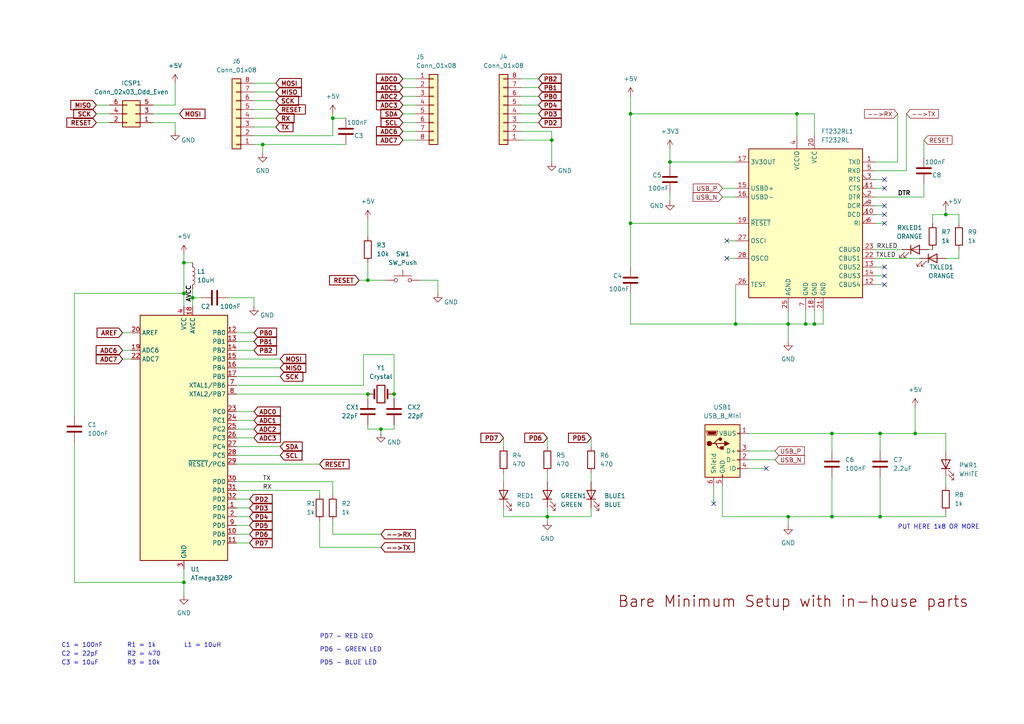
<source format=kicad_sch>
(kicad_sch (version 20230121) (generator eeschema)

  (uuid d72d74ab-17b5-40f6-9baf-e68deb69ff65)

  (paper "A4")

  (lib_symbols
    (symbol "Connector:USB_B_Mini" (pin_names (offset 1.016)) (in_bom yes) (on_board yes)
      (property "Reference" "J" (at -5.08 11.43 0)
        (effects (font (size 1.27 1.27)) (justify left))
      )
      (property "Value" "USB_B_Mini" (at -5.08 8.89 0)
        (effects (font (size 1.27 1.27)) (justify left))
      )
      (property "Footprint" "" (at 3.81 -1.27 0)
        (effects (font (size 1.27 1.27)) hide)
      )
      (property "Datasheet" "~" (at 3.81 -1.27 0)
        (effects (font (size 1.27 1.27)) hide)
      )
      (property "ki_keywords" "connector USB mini" (at 0 0 0)
        (effects (font (size 1.27 1.27)) hide)
      )
      (property "ki_description" "USB Mini Type B connector" (at 0 0 0)
        (effects (font (size 1.27 1.27)) hide)
      )
      (property "ki_fp_filters" "USB*" (at 0 0 0)
        (effects (font (size 1.27 1.27)) hide)
      )
      (symbol "USB_B_Mini_0_1"
        (rectangle (start -5.08 -7.62) (end 5.08 7.62)
          (stroke (width 0.254) (type default))
          (fill (type background))
        )
        (circle (center -3.81 2.159) (radius 0.635)
          (stroke (width 0.254) (type default))
          (fill (type outline))
        )
        (circle (center -0.635 3.429) (radius 0.381)
          (stroke (width 0.254) (type default))
          (fill (type outline))
        )
        (rectangle (start -0.127 -7.62) (end 0.127 -6.858)
          (stroke (width 0) (type default))
          (fill (type none))
        )
        (polyline
          (pts
            (xy -1.905 2.159)
            (xy 0.635 2.159)
          )
          (stroke (width 0.254) (type default))
          (fill (type none))
        )
        (polyline
          (pts
            (xy -3.175 2.159)
            (xy -2.54 2.159)
            (xy -1.27 3.429)
            (xy -0.635 3.429)
          )
          (stroke (width 0.254) (type default))
          (fill (type none))
        )
        (polyline
          (pts
            (xy -2.54 2.159)
            (xy -1.905 2.159)
            (xy -1.27 0.889)
            (xy 0 0.889)
          )
          (stroke (width 0.254) (type default))
          (fill (type none))
        )
        (polyline
          (pts
            (xy 0.635 2.794)
            (xy 0.635 1.524)
            (xy 1.905 2.159)
            (xy 0.635 2.794)
          )
          (stroke (width 0.254) (type default))
          (fill (type outline))
        )
        (polyline
          (pts
            (xy -4.318 5.588)
            (xy -1.778 5.588)
            (xy -2.032 4.826)
            (xy -4.064 4.826)
            (xy -4.318 5.588)
          )
          (stroke (width 0) (type default))
          (fill (type outline))
        )
        (polyline
          (pts
            (xy -4.699 5.842)
            (xy -4.699 5.588)
            (xy -4.445 4.826)
            (xy -4.445 4.572)
            (xy -1.651 4.572)
            (xy -1.651 4.826)
            (xy -1.397 5.588)
            (xy -1.397 5.842)
            (xy -4.699 5.842)
          )
          (stroke (width 0) (type default))
          (fill (type none))
        )
        (rectangle (start 0.254 1.27) (end -0.508 0.508)
          (stroke (width 0.254) (type default))
          (fill (type outline))
        )
        (rectangle (start 5.08 -5.207) (end 4.318 -4.953)
          (stroke (width 0) (type default))
          (fill (type none))
        )
        (rectangle (start 5.08 -2.667) (end 4.318 -2.413)
          (stroke (width 0) (type default))
          (fill (type none))
        )
        (rectangle (start 5.08 -0.127) (end 4.318 0.127)
          (stroke (width 0) (type default))
          (fill (type none))
        )
        (rectangle (start 5.08 4.953) (end 4.318 5.207)
          (stroke (width 0) (type default))
          (fill (type none))
        )
      )
      (symbol "USB_B_Mini_1_1"
        (pin power_out line (at 7.62 5.08 180) (length 2.54)
          (name "VBUS" (effects (font (size 1.27 1.27))))
          (number "1" (effects (font (size 1.27 1.27))))
        )
        (pin bidirectional line (at 7.62 -2.54 180) (length 2.54)
          (name "D-" (effects (font (size 1.27 1.27))))
          (number "2" (effects (font (size 1.27 1.27))))
        )
        (pin bidirectional line (at 7.62 0 180) (length 2.54)
          (name "D+" (effects (font (size 1.27 1.27))))
          (number "3" (effects (font (size 1.27 1.27))))
        )
        (pin passive line (at 7.62 -5.08 180) (length 2.54)
          (name "ID" (effects (font (size 1.27 1.27))))
          (number "4" (effects (font (size 1.27 1.27))))
        )
        (pin power_out line (at 0 -10.16 90) (length 2.54)
          (name "GND" (effects (font (size 1.27 1.27))))
          (number "5" (effects (font (size 1.27 1.27))))
        )
        (pin passive line (at -2.54 -10.16 90) (length 2.54)
          (name "Shield" (effects (font (size 1.27 1.27))))
          (number "6" (effects (font (size 1.27 1.27))))
        )
      )
    )
    (symbol "Connector_Generic:Conn_01x08" (pin_names (offset 1.016) hide) (in_bom yes) (on_board yes)
      (property "Reference" "J" (at 0 10.16 0)
        (effects (font (size 1.27 1.27)))
      )
      (property "Value" "Conn_01x08" (at 0 -12.7 0)
        (effects (font (size 1.27 1.27)))
      )
      (property "Footprint" "" (at 0 0 0)
        (effects (font (size 1.27 1.27)) hide)
      )
      (property "Datasheet" "~" (at 0 0 0)
        (effects (font (size 1.27 1.27)) hide)
      )
      (property "ki_keywords" "connector" (at 0 0 0)
        (effects (font (size 1.27 1.27)) hide)
      )
      (property "ki_description" "Generic connector, single row, 01x08, script generated (kicad-library-utils/schlib/autogen/connector/)" (at 0 0 0)
        (effects (font (size 1.27 1.27)) hide)
      )
      (property "ki_fp_filters" "Connector*:*_1x??_*" (at 0 0 0)
        (effects (font (size 1.27 1.27)) hide)
      )
      (symbol "Conn_01x08_1_1"
        (rectangle (start -1.27 -10.033) (end 0 -10.287)
          (stroke (width 0.1524) (type default))
          (fill (type none))
        )
        (rectangle (start -1.27 -7.493) (end 0 -7.747)
          (stroke (width 0.1524) (type default))
          (fill (type none))
        )
        (rectangle (start -1.27 -4.953) (end 0 -5.207)
          (stroke (width 0.1524) (type default))
          (fill (type none))
        )
        (rectangle (start -1.27 -2.413) (end 0 -2.667)
          (stroke (width 0.1524) (type default))
          (fill (type none))
        )
        (rectangle (start -1.27 0.127) (end 0 -0.127)
          (stroke (width 0.1524) (type default))
          (fill (type none))
        )
        (rectangle (start -1.27 2.667) (end 0 2.413)
          (stroke (width 0.1524) (type default))
          (fill (type none))
        )
        (rectangle (start -1.27 5.207) (end 0 4.953)
          (stroke (width 0.1524) (type default))
          (fill (type none))
        )
        (rectangle (start -1.27 7.747) (end 0 7.493)
          (stroke (width 0.1524) (type default))
          (fill (type none))
        )
        (rectangle (start -1.27 8.89) (end 1.27 -11.43)
          (stroke (width 0.254) (type default))
          (fill (type background))
        )
        (pin passive line (at -5.08 7.62 0) (length 3.81)
          (name "Pin_1" (effects (font (size 1.27 1.27))))
          (number "1" (effects (font (size 1.27 1.27))))
        )
        (pin passive line (at -5.08 5.08 0) (length 3.81)
          (name "Pin_2" (effects (font (size 1.27 1.27))))
          (number "2" (effects (font (size 1.27 1.27))))
        )
        (pin passive line (at -5.08 2.54 0) (length 3.81)
          (name "Pin_3" (effects (font (size 1.27 1.27))))
          (number "3" (effects (font (size 1.27 1.27))))
        )
        (pin passive line (at -5.08 0 0) (length 3.81)
          (name "Pin_4" (effects (font (size 1.27 1.27))))
          (number "4" (effects (font (size 1.27 1.27))))
        )
        (pin passive line (at -5.08 -2.54 0) (length 3.81)
          (name "Pin_5" (effects (font (size 1.27 1.27))))
          (number "5" (effects (font (size 1.27 1.27))))
        )
        (pin passive line (at -5.08 -5.08 0) (length 3.81)
          (name "Pin_6" (effects (font (size 1.27 1.27))))
          (number "6" (effects (font (size 1.27 1.27))))
        )
        (pin passive line (at -5.08 -7.62 0) (length 3.81)
          (name "Pin_7" (effects (font (size 1.27 1.27))))
          (number "7" (effects (font (size 1.27 1.27))))
        )
        (pin passive line (at -5.08 -10.16 0) (length 3.81)
          (name "Pin_8" (effects (font (size 1.27 1.27))))
          (number "8" (effects (font (size 1.27 1.27))))
        )
      )
    )
    (symbol "Connector_Generic:Conn_02x03_Odd_Even" (pin_names (offset 1.016) hide) (in_bom yes) (on_board yes)
      (property "Reference" "J" (at 1.27 5.08 0)
        (effects (font (size 1.27 1.27)))
      )
      (property "Value" "Conn_02x03_Odd_Even" (at 1.27 -5.08 0)
        (effects (font (size 1.27 1.27)))
      )
      (property "Footprint" "" (at 0 0 0)
        (effects (font (size 1.27 1.27)) hide)
      )
      (property "Datasheet" "~" (at 0 0 0)
        (effects (font (size 1.27 1.27)) hide)
      )
      (property "ki_keywords" "connector" (at 0 0 0)
        (effects (font (size 1.27 1.27)) hide)
      )
      (property "ki_description" "Generic connector, double row, 02x03, odd/even pin numbering scheme (row 1 odd numbers, row 2 even numbers), script generated (kicad-library-utils/schlib/autogen/connector/)" (at 0 0 0)
        (effects (font (size 1.27 1.27)) hide)
      )
      (property "ki_fp_filters" "Connector*:*_2x??_*" (at 0 0 0)
        (effects (font (size 1.27 1.27)) hide)
      )
      (symbol "Conn_02x03_Odd_Even_1_1"
        (rectangle (start -1.27 -2.413) (end 0 -2.667)
          (stroke (width 0.1524) (type default))
          (fill (type none))
        )
        (rectangle (start -1.27 0.127) (end 0 -0.127)
          (stroke (width 0.1524) (type default))
          (fill (type none))
        )
        (rectangle (start -1.27 2.667) (end 0 2.413)
          (stroke (width 0.1524) (type default))
          (fill (type none))
        )
        (rectangle (start -1.27 3.81) (end 3.81 -3.81)
          (stroke (width 0.254) (type default))
          (fill (type background))
        )
        (rectangle (start 3.81 -2.413) (end 2.54 -2.667)
          (stroke (width 0.1524) (type default))
          (fill (type none))
        )
        (rectangle (start 3.81 0.127) (end 2.54 -0.127)
          (stroke (width 0.1524) (type default))
          (fill (type none))
        )
        (rectangle (start 3.81 2.667) (end 2.54 2.413)
          (stroke (width 0.1524) (type default))
          (fill (type none))
        )
        (pin passive line (at -5.08 2.54 0) (length 3.81)
          (name "Pin_1" (effects (font (size 1.27 1.27))))
          (number "1" (effects (font (size 1.27 1.27))))
        )
        (pin passive line (at 7.62 2.54 180) (length 3.81)
          (name "Pin_2" (effects (font (size 1.27 1.27))))
          (number "2" (effects (font (size 1.27 1.27))))
        )
        (pin passive line (at -5.08 0 0) (length 3.81)
          (name "Pin_3" (effects (font (size 1.27 1.27))))
          (number "3" (effects (font (size 1.27 1.27))))
        )
        (pin passive line (at 7.62 0 180) (length 3.81)
          (name "Pin_4" (effects (font (size 1.27 1.27))))
          (number "4" (effects (font (size 1.27 1.27))))
        )
        (pin passive line (at -5.08 -2.54 0) (length 3.81)
          (name "Pin_5" (effects (font (size 1.27 1.27))))
          (number "5" (effects (font (size 1.27 1.27))))
        )
        (pin passive line (at 7.62 -2.54 180) (length 3.81)
          (name "Pin_6" (effects (font (size 1.27 1.27))))
          (number "6" (effects (font (size 1.27 1.27))))
        )
      )
    )
    (symbol "Device:C" (pin_numbers hide) (pin_names (offset 0.254)) (in_bom yes) (on_board yes)
      (property "Reference" "C" (at 0.635 2.54 0)
        (effects (font (size 1.27 1.27)) (justify left))
      )
      (property "Value" "C" (at 0.635 -2.54 0)
        (effects (font (size 1.27 1.27)) (justify left))
      )
      (property "Footprint" "" (at 0.9652 -3.81 0)
        (effects (font (size 1.27 1.27)) hide)
      )
      (property "Datasheet" "~" (at 0 0 0)
        (effects (font (size 1.27 1.27)) hide)
      )
      (property "ki_keywords" "cap capacitor" (at 0 0 0)
        (effects (font (size 1.27 1.27)) hide)
      )
      (property "ki_description" "Unpolarized capacitor" (at 0 0 0)
        (effects (font (size 1.27 1.27)) hide)
      )
      (property "ki_fp_filters" "C_*" (at 0 0 0)
        (effects (font (size 1.27 1.27)) hide)
      )
      (symbol "C_0_1"
        (polyline
          (pts
            (xy -2.032 -0.762)
            (xy 2.032 -0.762)
          )
          (stroke (width 0.508) (type default))
          (fill (type none))
        )
        (polyline
          (pts
            (xy -2.032 0.762)
            (xy 2.032 0.762)
          )
          (stroke (width 0.508) (type default))
          (fill (type none))
        )
      )
      (symbol "C_1_1"
        (pin passive line (at 0 3.81 270) (length 2.794)
          (name "~" (effects (font (size 1.27 1.27))))
          (number "1" (effects (font (size 1.27 1.27))))
        )
        (pin passive line (at 0 -3.81 90) (length 2.794)
          (name "~" (effects (font (size 1.27 1.27))))
          (number "2" (effects (font (size 1.27 1.27))))
        )
      )
    )
    (symbol "Device:Crystal" (pin_numbers hide) (pin_names (offset 1.016) hide) (in_bom yes) (on_board yes)
      (property "Reference" "Y" (at 0 3.81 0)
        (effects (font (size 1.27 1.27)))
      )
      (property "Value" "Crystal" (at 0 -3.81 0)
        (effects (font (size 1.27 1.27)))
      )
      (property "Footprint" "" (at 0 0 0)
        (effects (font (size 1.27 1.27)) hide)
      )
      (property "Datasheet" "~" (at 0 0 0)
        (effects (font (size 1.27 1.27)) hide)
      )
      (property "ki_keywords" "quartz ceramic resonator oscillator" (at 0 0 0)
        (effects (font (size 1.27 1.27)) hide)
      )
      (property "ki_description" "Two pin crystal" (at 0 0 0)
        (effects (font (size 1.27 1.27)) hide)
      )
      (property "ki_fp_filters" "Crystal*" (at 0 0 0)
        (effects (font (size 1.27 1.27)) hide)
      )
      (symbol "Crystal_0_1"
        (rectangle (start -1.143 2.54) (end 1.143 -2.54)
          (stroke (width 0.3048) (type default))
          (fill (type none))
        )
        (polyline
          (pts
            (xy -2.54 0)
            (xy -1.905 0)
          )
          (stroke (width 0) (type default))
          (fill (type none))
        )
        (polyline
          (pts
            (xy -1.905 -1.27)
            (xy -1.905 1.27)
          )
          (stroke (width 0.508) (type default))
          (fill (type none))
        )
        (polyline
          (pts
            (xy 1.905 -1.27)
            (xy 1.905 1.27)
          )
          (stroke (width 0.508) (type default))
          (fill (type none))
        )
        (polyline
          (pts
            (xy 2.54 0)
            (xy 1.905 0)
          )
          (stroke (width 0) (type default))
          (fill (type none))
        )
      )
      (symbol "Crystal_1_1"
        (pin passive line (at -3.81 0 0) (length 1.27)
          (name "1" (effects (font (size 1.27 1.27))))
          (number "1" (effects (font (size 1.27 1.27))))
        )
        (pin passive line (at 3.81 0 180) (length 1.27)
          (name "2" (effects (font (size 1.27 1.27))))
          (number "2" (effects (font (size 1.27 1.27))))
        )
      )
    )
    (symbol "Device:L" (pin_numbers hide) (pin_names (offset 1.016) hide) (in_bom yes) (on_board yes)
      (property "Reference" "L" (at -1.27 0 90)
        (effects (font (size 1.27 1.27)))
      )
      (property "Value" "L" (at 1.905 0 90)
        (effects (font (size 1.27 1.27)))
      )
      (property "Footprint" "" (at 0 0 0)
        (effects (font (size 1.27 1.27)) hide)
      )
      (property "Datasheet" "~" (at 0 0 0)
        (effects (font (size 1.27 1.27)) hide)
      )
      (property "ki_keywords" "inductor choke coil reactor magnetic" (at 0 0 0)
        (effects (font (size 1.27 1.27)) hide)
      )
      (property "ki_description" "Inductor" (at 0 0 0)
        (effects (font (size 1.27 1.27)) hide)
      )
      (property "ki_fp_filters" "Choke_* *Coil* Inductor_* L_*" (at 0 0 0)
        (effects (font (size 1.27 1.27)) hide)
      )
      (symbol "L_0_1"
        (arc (start 0 -2.54) (mid 0.6323 -1.905) (end 0 -1.27)
          (stroke (width 0) (type default))
          (fill (type none))
        )
        (arc (start 0 -1.27) (mid 0.6323 -0.635) (end 0 0)
          (stroke (width 0) (type default))
          (fill (type none))
        )
        (arc (start 0 0) (mid 0.6323 0.635) (end 0 1.27)
          (stroke (width 0) (type default))
          (fill (type none))
        )
        (arc (start 0 1.27) (mid 0.6323 1.905) (end 0 2.54)
          (stroke (width 0) (type default))
          (fill (type none))
        )
      )
      (symbol "L_1_1"
        (pin passive line (at 0 3.81 270) (length 1.27)
          (name "1" (effects (font (size 1.27 1.27))))
          (number "1" (effects (font (size 1.27 1.27))))
        )
        (pin passive line (at 0 -3.81 90) (length 1.27)
          (name "2" (effects (font (size 1.27 1.27))))
          (number "2" (effects (font (size 1.27 1.27))))
        )
      )
    )
    (symbol "Device:LED" (pin_numbers hide) (pin_names (offset 1.016) hide) (in_bom yes) (on_board yes)
      (property "Reference" "D" (at 0 2.54 0)
        (effects (font (size 1.27 1.27)))
      )
      (property "Value" "LED" (at 0 -2.54 0)
        (effects (font (size 1.27 1.27)))
      )
      (property "Footprint" "" (at 0 0 0)
        (effects (font (size 1.27 1.27)) hide)
      )
      (property "Datasheet" "~" (at 0 0 0)
        (effects (font (size 1.27 1.27)) hide)
      )
      (property "ki_keywords" "LED diode" (at 0 0 0)
        (effects (font (size 1.27 1.27)) hide)
      )
      (property "ki_description" "Light emitting diode" (at 0 0 0)
        (effects (font (size 1.27 1.27)) hide)
      )
      (property "ki_fp_filters" "LED* LED_SMD:* LED_THT:*" (at 0 0 0)
        (effects (font (size 1.27 1.27)) hide)
      )
      (symbol "LED_0_1"
        (polyline
          (pts
            (xy -1.27 -1.27)
            (xy -1.27 1.27)
          )
          (stroke (width 0.254) (type default))
          (fill (type none))
        )
        (polyline
          (pts
            (xy -1.27 0)
            (xy 1.27 0)
          )
          (stroke (width 0) (type default))
          (fill (type none))
        )
        (polyline
          (pts
            (xy 1.27 -1.27)
            (xy 1.27 1.27)
            (xy -1.27 0)
            (xy 1.27 -1.27)
          )
          (stroke (width 0.254) (type default))
          (fill (type none))
        )
        (polyline
          (pts
            (xy -3.048 -0.762)
            (xy -4.572 -2.286)
            (xy -3.81 -2.286)
            (xy -4.572 -2.286)
            (xy -4.572 -1.524)
          )
          (stroke (width 0) (type default))
          (fill (type none))
        )
        (polyline
          (pts
            (xy -1.778 -0.762)
            (xy -3.302 -2.286)
            (xy -2.54 -2.286)
            (xy -3.302 -2.286)
            (xy -3.302 -1.524)
          )
          (stroke (width 0) (type default))
          (fill (type none))
        )
      )
      (symbol "LED_1_1"
        (pin passive line (at -3.81 0 0) (length 2.54)
          (name "K" (effects (font (size 1.27 1.27))))
          (number "1" (effects (font (size 1.27 1.27))))
        )
        (pin passive line (at 3.81 0 180) (length 2.54)
          (name "A" (effects (font (size 1.27 1.27))))
          (number "2" (effects (font (size 1.27 1.27))))
        )
      )
    )
    (symbol "Device:R" (pin_numbers hide) (pin_names (offset 0)) (in_bom yes) (on_board yes)
      (property "Reference" "R" (at 2.032 0 90)
        (effects (font (size 1.27 1.27)))
      )
      (property "Value" "R" (at 0 0 90)
        (effects (font (size 1.27 1.27)))
      )
      (property "Footprint" "" (at -1.778 0 90)
        (effects (font (size 1.27 1.27)) hide)
      )
      (property "Datasheet" "~" (at 0 0 0)
        (effects (font (size 1.27 1.27)) hide)
      )
      (property "ki_keywords" "R res resistor" (at 0 0 0)
        (effects (font (size 1.27 1.27)) hide)
      )
      (property "ki_description" "Resistor" (at 0 0 0)
        (effects (font (size 1.27 1.27)) hide)
      )
      (property "ki_fp_filters" "R_*" (at 0 0 0)
        (effects (font (size 1.27 1.27)) hide)
      )
      (symbol "R_0_1"
        (rectangle (start -1.016 -2.54) (end 1.016 2.54)
          (stroke (width 0.254) (type default))
          (fill (type none))
        )
      )
      (symbol "R_1_1"
        (pin passive line (at 0 3.81 270) (length 1.27)
          (name "~" (effects (font (size 1.27 1.27))))
          (number "1" (effects (font (size 1.27 1.27))))
        )
        (pin passive line (at 0 -3.81 90) (length 1.27)
          (name "~" (effects (font (size 1.27 1.27))))
          (number "2" (effects (font (size 1.27 1.27))))
        )
      )
    )
    (symbol "Interface_USB:FT232RL" (in_bom yes) (on_board yes)
      (property "Reference" "U" (at -16.51 22.86 0)
        (effects (font (size 1.27 1.27)) (justify left))
      )
      (property "Value" "FT232RL" (at 10.16 22.86 0)
        (effects (font (size 1.27 1.27)) (justify left))
      )
      (property "Footprint" "Package_SO:SSOP-28_5.3x10.2mm_P0.65mm" (at 27.94 -22.86 0)
        (effects (font (size 1.27 1.27)) hide)
      )
      (property "Datasheet" "https://www.ftdichip.com/Support/Documents/DataSheets/ICs/DS_FT232R.pdf" (at 0 0 0)
        (effects (font (size 1.27 1.27)) hide)
      )
      (property "ki_keywords" "FTDI USB Serial" (at 0 0 0)
        (effects (font (size 1.27 1.27)) hide)
      )
      (property "ki_description" "USB to Serial Interface, SSOP-28" (at 0 0 0)
        (effects (font (size 1.27 1.27)) hide)
      )
      (property "ki_fp_filters" "SSOP*5.3x10.2mm*P0.65mm*" (at 0 0 0)
        (effects (font (size 1.27 1.27)) hide)
      )
      (symbol "FT232RL_0_1"
        (rectangle (start -16.51 21.59) (end 16.51 -21.59)
          (stroke (width 0.254) (type default))
          (fill (type background))
        )
      )
      (symbol "FT232RL_1_1"
        (pin output line (at 20.32 17.78 180) (length 3.81)
          (name "TXD" (effects (font (size 1.27 1.27))))
          (number "1" (effects (font (size 1.27 1.27))))
        )
        (pin input input_low (at 20.32 2.54 180) (length 3.81)
          (name "DCD" (effects (font (size 1.27 1.27))))
          (number "10" (effects (font (size 1.27 1.27))))
        )
        (pin input input_low (at 20.32 10.16 180) (length 3.81)
          (name "CTS" (effects (font (size 1.27 1.27))))
          (number "11" (effects (font (size 1.27 1.27))))
        )
        (pin bidirectional line (at 20.32 -17.78 180) (length 3.81)
          (name "CBUS4" (effects (font (size 1.27 1.27))))
          (number "12" (effects (font (size 1.27 1.27))))
        )
        (pin bidirectional line (at 20.32 -12.7 180) (length 3.81)
          (name "CBUS2" (effects (font (size 1.27 1.27))))
          (number "13" (effects (font (size 1.27 1.27))))
        )
        (pin bidirectional line (at 20.32 -15.24 180) (length 3.81)
          (name "CBUS3" (effects (font (size 1.27 1.27))))
          (number "14" (effects (font (size 1.27 1.27))))
        )
        (pin bidirectional line (at -20.32 10.16 0) (length 3.81)
          (name "USBD+" (effects (font (size 1.27 1.27))))
          (number "15" (effects (font (size 1.27 1.27))))
        )
        (pin bidirectional line (at -20.32 7.62 0) (length 3.81)
          (name "USBD-" (effects (font (size 1.27 1.27))))
          (number "16" (effects (font (size 1.27 1.27))))
        )
        (pin power_out line (at -20.32 17.78 0) (length 3.81)
          (name "3V3OUT" (effects (font (size 1.27 1.27))))
          (number "17" (effects (font (size 1.27 1.27))))
        )
        (pin power_in line (at 2.54 -25.4 90) (length 3.81)
          (name "GND" (effects (font (size 1.27 1.27))))
          (number "18" (effects (font (size 1.27 1.27))))
        )
        (pin input line (at -20.32 0 0) (length 3.81)
          (name "~{RESET}" (effects (font (size 1.27 1.27))))
          (number "19" (effects (font (size 1.27 1.27))))
        )
        (pin output output_low (at 20.32 7.62 180) (length 3.81)
          (name "DTR" (effects (font (size 1.27 1.27))))
          (number "2" (effects (font (size 1.27 1.27))))
        )
        (pin power_in line (at 2.54 25.4 270) (length 3.81)
          (name "VCC" (effects (font (size 1.27 1.27))))
          (number "20" (effects (font (size 1.27 1.27))))
        )
        (pin power_in line (at 5.08 -25.4 90) (length 3.81)
          (name "GND" (effects (font (size 1.27 1.27))))
          (number "21" (effects (font (size 1.27 1.27))))
        )
        (pin bidirectional line (at 20.32 -10.16 180) (length 3.81)
          (name "CBUS1" (effects (font (size 1.27 1.27))))
          (number "22" (effects (font (size 1.27 1.27))))
        )
        (pin bidirectional line (at 20.32 -7.62 180) (length 3.81)
          (name "CBUS0" (effects (font (size 1.27 1.27))))
          (number "23" (effects (font (size 1.27 1.27))))
        )
        (pin power_in line (at -5.08 -25.4 90) (length 3.81)
          (name "AGND" (effects (font (size 1.27 1.27))))
          (number "25" (effects (font (size 1.27 1.27))))
        )
        (pin input line (at -20.32 -17.78 0) (length 3.81)
          (name "TEST" (effects (font (size 1.27 1.27))))
          (number "26" (effects (font (size 1.27 1.27))))
        )
        (pin input line (at -20.32 -5.08 0) (length 3.81)
          (name "OSCI" (effects (font (size 1.27 1.27))))
          (number "27" (effects (font (size 1.27 1.27))))
        )
        (pin output line (at -20.32 -10.16 0) (length 3.81)
          (name "OSCO" (effects (font (size 1.27 1.27))))
          (number "28" (effects (font (size 1.27 1.27))))
        )
        (pin output output_low (at 20.32 12.7 180) (length 3.81)
          (name "RTS" (effects (font (size 1.27 1.27))))
          (number "3" (effects (font (size 1.27 1.27))))
        )
        (pin power_in line (at -2.54 25.4 270) (length 3.81)
          (name "VCCIO" (effects (font (size 1.27 1.27))))
          (number "4" (effects (font (size 1.27 1.27))))
        )
        (pin input line (at 20.32 15.24 180) (length 3.81)
          (name "RXD" (effects (font (size 1.27 1.27))))
          (number "5" (effects (font (size 1.27 1.27))))
        )
        (pin input input_low (at 20.32 0 180) (length 3.81)
          (name "RI" (effects (font (size 1.27 1.27))))
          (number "6" (effects (font (size 1.27 1.27))))
        )
        (pin power_in line (at 0 -25.4 90) (length 3.81)
          (name "GND" (effects (font (size 1.27 1.27))))
          (number "7" (effects (font (size 1.27 1.27))))
        )
        (pin input input_low (at 20.32 5.08 180) (length 3.81)
          (name "DCR" (effects (font (size 1.27 1.27))))
          (number "9" (effects (font (size 1.27 1.27))))
        )
      )
    )
    (symbol "MCU_Microchip_ATmega:ATmega88-20A" (in_bom yes) (on_board yes)
      (property "Reference" "U" (at -12.7 36.83 0)
        (effects (font (size 1.27 1.27)) (justify left bottom))
      )
      (property "Value" "ATmega88-20A" (at 2.54 -36.83 0)
        (effects (font (size 1.27 1.27)) (justify left top))
      )
      (property "Footprint" "Package_QFP:TQFP-32_7x7mm_P0.8mm" (at 0 0 0)
        (effects (font (size 1.27 1.27) italic) hide)
      )
      (property "Datasheet" "http://ww1.microchip.com/downloads/en/DeviceDoc/Atmel-2545-8-bit-AVR-Microcontroller-ATmega48-88-168_Datasheet.pdf" (at 0 0 0)
        (effects (font (size 1.27 1.27)) hide)
      )
      (property "ki_keywords" "AVR 8bit Microcontroller MegaAVR" (at 0 0 0)
        (effects (font (size 1.27 1.27)) hide)
      )
      (property "ki_description" "20MHz, 8kB Flash, 1kB SRAM, 512B EEPROM, TQFP-32" (at 0 0 0)
        (effects (font (size 1.27 1.27)) hide)
      )
      (property "ki_fp_filters" "TQFP*7x7mm*P0.8mm*" (at 0 0 0)
        (effects (font (size 1.27 1.27)) hide)
      )
      (symbol "ATmega88-20A_0_1"
        (rectangle (start -12.7 -35.56) (end 12.7 35.56)
          (stroke (width 0.254) (type default))
          (fill (type background))
        )
      )
      (symbol "ATmega88-20A_1_1"
        (pin bidirectional line (at 15.24 -20.32 180) (length 2.54)
          (name "PD3" (effects (font (size 1.27 1.27))))
          (number "1" (effects (font (size 1.27 1.27))))
        )
        (pin bidirectional line (at 15.24 -27.94 180) (length 2.54)
          (name "PD6" (effects (font (size 1.27 1.27))))
          (number "10" (effects (font (size 1.27 1.27))))
        )
        (pin bidirectional line (at 15.24 -30.48 180) (length 2.54)
          (name "PD7" (effects (font (size 1.27 1.27))))
          (number "11" (effects (font (size 1.27 1.27))))
        )
        (pin bidirectional line (at 15.24 30.48 180) (length 2.54)
          (name "PB0" (effects (font (size 1.27 1.27))))
          (number "12" (effects (font (size 1.27 1.27))))
        )
        (pin bidirectional line (at 15.24 27.94 180) (length 2.54)
          (name "PB1" (effects (font (size 1.27 1.27))))
          (number "13" (effects (font (size 1.27 1.27))))
        )
        (pin bidirectional line (at 15.24 25.4 180) (length 2.54)
          (name "PB2" (effects (font (size 1.27 1.27))))
          (number "14" (effects (font (size 1.27 1.27))))
        )
        (pin bidirectional line (at 15.24 22.86 180) (length 2.54)
          (name "PB3" (effects (font (size 1.27 1.27))))
          (number "15" (effects (font (size 1.27 1.27))))
        )
        (pin bidirectional line (at 15.24 20.32 180) (length 2.54)
          (name "PB4" (effects (font (size 1.27 1.27))))
          (number "16" (effects (font (size 1.27 1.27))))
        )
        (pin bidirectional line (at 15.24 17.78 180) (length 2.54)
          (name "PB5" (effects (font (size 1.27 1.27))))
          (number "17" (effects (font (size 1.27 1.27))))
        )
        (pin power_in line (at 2.54 38.1 270) (length 2.54)
          (name "AVCC" (effects (font (size 1.27 1.27))))
          (number "18" (effects (font (size 1.27 1.27))))
        )
        (pin input line (at -15.24 25.4 0) (length 2.54)
          (name "ADC6" (effects (font (size 1.27 1.27))))
          (number "19" (effects (font (size 1.27 1.27))))
        )
        (pin bidirectional line (at 15.24 -22.86 180) (length 2.54)
          (name "PD4" (effects (font (size 1.27 1.27))))
          (number "2" (effects (font (size 1.27 1.27))))
        )
        (pin passive line (at -15.24 30.48 0) (length 2.54)
          (name "AREF" (effects (font (size 1.27 1.27))))
          (number "20" (effects (font (size 1.27 1.27))))
        )
        (pin passive line (at 0 -38.1 90) (length 2.54) hide
          (name "GND" (effects (font (size 1.27 1.27))))
          (number "21" (effects (font (size 1.27 1.27))))
        )
        (pin input line (at -15.24 22.86 0) (length 2.54)
          (name "ADC7" (effects (font (size 1.27 1.27))))
          (number "22" (effects (font (size 1.27 1.27))))
        )
        (pin bidirectional line (at 15.24 7.62 180) (length 2.54)
          (name "PC0" (effects (font (size 1.27 1.27))))
          (number "23" (effects (font (size 1.27 1.27))))
        )
        (pin bidirectional line (at 15.24 5.08 180) (length 2.54)
          (name "PC1" (effects (font (size 1.27 1.27))))
          (number "24" (effects (font (size 1.27 1.27))))
        )
        (pin bidirectional line (at 15.24 2.54 180) (length 2.54)
          (name "PC2" (effects (font (size 1.27 1.27))))
          (number "25" (effects (font (size 1.27 1.27))))
        )
        (pin bidirectional line (at 15.24 0 180) (length 2.54)
          (name "PC3" (effects (font (size 1.27 1.27))))
          (number "26" (effects (font (size 1.27 1.27))))
        )
        (pin bidirectional line (at 15.24 -2.54 180) (length 2.54)
          (name "PC4" (effects (font (size 1.27 1.27))))
          (number "27" (effects (font (size 1.27 1.27))))
        )
        (pin bidirectional line (at 15.24 -5.08 180) (length 2.54)
          (name "PC5" (effects (font (size 1.27 1.27))))
          (number "28" (effects (font (size 1.27 1.27))))
        )
        (pin bidirectional line (at 15.24 -7.62 180) (length 2.54)
          (name "~{RESET}/PC6" (effects (font (size 1.27 1.27))))
          (number "29" (effects (font (size 1.27 1.27))))
        )
        (pin power_in line (at 0 -38.1 90) (length 2.54)
          (name "GND" (effects (font (size 1.27 1.27))))
          (number "3" (effects (font (size 1.27 1.27))))
        )
        (pin bidirectional line (at 15.24 -12.7 180) (length 2.54)
          (name "PD0" (effects (font (size 1.27 1.27))))
          (number "30" (effects (font (size 1.27 1.27))))
        )
        (pin bidirectional line (at 15.24 -15.24 180) (length 2.54)
          (name "PD1" (effects (font (size 1.27 1.27))))
          (number "31" (effects (font (size 1.27 1.27))))
        )
        (pin bidirectional line (at 15.24 -17.78 180) (length 2.54)
          (name "PD2" (effects (font (size 1.27 1.27))))
          (number "32" (effects (font (size 1.27 1.27))))
        )
        (pin power_in line (at 0 38.1 270) (length 2.54)
          (name "VCC" (effects (font (size 1.27 1.27))))
          (number "4" (effects (font (size 1.27 1.27))))
        )
        (pin passive line (at 0 -38.1 90) (length 2.54) hide
          (name "GND" (effects (font (size 1.27 1.27))))
          (number "5" (effects (font (size 1.27 1.27))))
        )
        (pin passive line (at 0 38.1 270) (length 2.54) hide
          (name "VCC" (effects (font (size 1.27 1.27))))
          (number "6" (effects (font (size 1.27 1.27))))
        )
        (pin bidirectional line (at 15.24 15.24 180) (length 2.54)
          (name "XTAL1/PB6" (effects (font (size 1.27 1.27))))
          (number "7" (effects (font (size 1.27 1.27))))
        )
        (pin bidirectional line (at 15.24 12.7 180) (length 2.54)
          (name "XTAL2/PB7" (effects (font (size 1.27 1.27))))
          (number "8" (effects (font (size 1.27 1.27))))
        )
        (pin bidirectional line (at 15.24 -25.4 180) (length 2.54)
          (name "PD5" (effects (font (size 1.27 1.27))))
          (number "9" (effects (font (size 1.27 1.27))))
        )
      )
    )
    (symbol "Switch:SW_Push" (pin_numbers hide) (pin_names (offset 1.016) hide) (in_bom yes) (on_board yes)
      (property "Reference" "SW" (at 1.27 2.54 0)
        (effects (font (size 1.27 1.27)) (justify left))
      )
      (property "Value" "SW_Push" (at 0 -1.524 0)
        (effects (font (size 1.27 1.27)))
      )
      (property "Footprint" "" (at 0 5.08 0)
        (effects (font (size 1.27 1.27)) hide)
      )
      (property "Datasheet" "~" (at 0 5.08 0)
        (effects (font (size 1.27 1.27)) hide)
      )
      (property "ki_keywords" "switch normally-open pushbutton push-button" (at 0 0 0)
        (effects (font (size 1.27 1.27)) hide)
      )
      (property "ki_description" "Push button switch, generic, two pins" (at 0 0 0)
        (effects (font (size 1.27 1.27)) hide)
      )
      (symbol "SW_Push_0_1"
        (circle (center -2.032 0) (radius 0.508)
          (stroke (width 0) (type default))
          (fill (type none))
        )
        (polyline
          (pts
            (xy 0 1.27)
            (xy 0 3.048)
          )
          (stroke (width 0) (type default))
          (fill (type none))
        )
        (polyline
          (pts
            (xy 2.54 1.27)
            (xy -2.54 1.27)
          )
          (stroke (width 0) (type default))
          (fill (type none))
        )
        (circle (center 2.032 0) (radius 0.508)
          (stroke (width 0) (type default))
          (fill (type none))
        )
        (pin passive line (at -5.08 0 0) (length 2.54)
          (name "1" (effects (font (size 1.27 1.27))))
          (number "1" (effects (font (size 1.27 1.27))))
        )
        (pin passive line (at 5.08 0 180) (length 2.54)
          (name "2" (effects (font (size 1.27 1.27))))
          (number "2" (effects (font (size 1.27 1.27))))
        )
      )
    )
    (symbol "power:+3V3" (power) (pin_names (offset 0)) (in_bom yes) (on_board yes)
      (property "Reference" "#PWR" (at 0 -3.81 0)
        (effects (font (size 1.27 1.27)) hide)
      )
      (property "Value" "+3V3" (at 0 3.556 0)
        (effects (font (size 1.27 1.27)))
      )
      (property "Footprint" "" (at 0 0 0)
        (effects (font (size 1.27 1.27)) hide)
      )
      (property "Datasheet" "" (at 0 0 0)
        (effects (font (size 1.27 1.27)) hide)
      )
      (property "ki_keywords" "global power" (at 0 0 0)
        (effects (font (size 1.27 1.27)) hide)
      )
      (property "ki_description" "Power symbol creates a global label with name \"+3V3\"" (at 0 0 0)
        (effects (font (size 1.27 1.27)) hide)
      )
      (symbol "+3V3_0_1"
        (polyline
          (pts
            (xy -0.762 1.27)
            (xy 0 2.54)
          )
          (stroke (width 0) (type default))
          (fill (type none))
        )
        (polyline
          (pts
            (xy 0 0)
            (xy 0 2.54)
          )
          (stroke (width 0) (type default))
          (fill (type none))
        )
        (polyline
          (pts
            (xy 0 2.54)
            (xy 0.762 1.27)
          )
          (stroke (width 0) (type default))
          (fill (type none))
        )
      )
      (symbol "+3V3_1_1"
        (pin power_in line (at 0 0 90) (length 0) hide
          (name "+3V3" (effects (font (size 1.27 1.27))))
          (number "1" (effects (font (size 1.27 1.27))))
        )
      )
    )
    (symbol "power:+5V" (power) (pin_names (offset 0)) (in_bom yes) (on_board yes)
      (property "Reference" "#PWR" (at 0 -3.81 0)
        (effects (font (size 1.27 1.27)) hide)
      )
      (property "Value" "+5V" (at 0 3.556 0)
        (effects (font (size 1.27 1.27)))
      )
      (property "Footprint" "" (at 0 0 0)
        (effects (font (size 1.27 1.27)) hide)
      )
      (property "Datasheet" "" (at 0 0 0)
        (effects (font (size 1.27 1.27)) hide)
      )
      (property "ki_keywords" "global power" (at 0 0 0)
        (effects (font (size 1.27 1.27)) hide)
      )
      (property "ki_description" "Power symbol creates a global label with name \"+5V\"" (at 0 0 0)
        (effects (font (size 1.27 1.27)) hide)
      )
      (symbol "+5V_0_1"
        (polyline
          (pts
            (xy -0.762 1.27)
            (xy 0 2.54)
          )
          (stroke (width 0) (type default))
          (fill (type none))
        )
        (polyline
          (pts
            (xy 0 0)
            (xy 0 2.54)
          )
          (stroke (width 0) (type default))
          (fill (type none))
        )
        (polyline
          (pts
            (xy 0 2.54)
            (xy 0.762 1.27)
          )
          (stroke (width 0) (type default))
          (fill (type none))
        )
      )
      (symbol "+5V_1_1"
        (pin power_in line (at 0 0 90) (length 0) hide
          (name "+5V" (effects (font (size 1.27 1.27))))
          (number "1" (effects (font (size 1.27 1.27))))
        )
      )
    )
    (symbol "power:GND" (power) (pin_names (offset 0)) (in_bom yes) (on_board yes)
      (property "Reference" "#PWR" (at 0 -6.35 0)
        (effects (font (size 1.27 1.27)) hide)
      )
      (property "Value" "GND" (at 0 -3.81 0)
        (effects (font (size 1.27 1.27)))
      )
      (property "Footprint" "" (at 0 0 0)
        (effects (font (size 1.27 1.27)) hide)
      )
      (property "Datasheet" "" (at 0 0 0)
        (effects (font (size 1.27 1.27)) hide)
      )
      (property "ki_keywords" "global power" (at 0 0 0)
        (effects (font (size 1.27 1.27)) hide)
      )
      (property "ki_description" "Power symbol creates a global label with name \"GND\" , ground" (at 0 0 0)
        (effects (font (size 1.27 1.27)) hide)
      )
      (symbol "GND_0_1"
        (polyline
          (pts
            (xy 0 0)
            (xy 0 -1.27)
            (xy 1.27 -1.27)
            (xy 0 -2.54)
            (xy -1.27 -1.27)
            (xy 0 -1.27)
          )
          (stroke (width 0) (type default))
          (fill (type none))
        )
      )
      (symbol "GND_1_1"
        (pin power_in line (at 0 0 270) (length 0) hide
          (name "GND" (effects (font (size 1.27 1.27))))
          (number "1" (effects (font (size 1.27 1.27))))
        )
      )
    )
  )

  (junction (at 158.75 149.86) (diameter 0) (color 0 0 0 0)
    (uuid 051b2d31-f519-4a0f-b55e-46f179ddc561)
  )
  (junction (at 96.52 34.29) (diameter 0) (color 0 0 0 0)
    (uuid 0b01c51d-1b64-437f-b773-72cd21585b32)
  )
  (junction (at 241.3 125.73) (diameter 0) (color 0 0 0 0)
    (uuid 164ed732-dfe1-45cc-99a8-0cef030324d8)
  )
  (junction (at 236.22 93.98) (diameter 0) (color 0 0 0 0)
    (uuid 1bc00075-acf8-4327-8ce2-619a6ce846d3)
  )
  (junction (at 53.34 168.91) (diameter 0) (color 0 0 0 0)
    (uuid 4a1cb06c-34c6-46ff-a48c-798d4231fd6a)
  )
  (junction (at 233.68 93.98) (diameter 0) (color 0 0 0 0)
    (uuid 4b7c6911-7061-4fdd-8258-1f01dab3025a)
  )
  (junction (at 182.88 33.02) (diameter 0) (color 0 0 0 0)
    (uuid 4c3cc519-41c2-4efe-ac9b-ef3394f2e8e1)
  )
  (junction (at 106.68 114.3) (diameter 0) (color 0 0 0 0)
    (uuid 4f22fdf9-55e8-477b-a68a-bf492ac7a8e0)
  )
  (junction (at 110.49 124.46) (diameter 0) (color 0 0 0 0)
    (uuid 4fa65834-27c1-467e-9c3f-1fcec4353d16)
  )
  (junction (at 182.88 64.77) (diameter 0) (color 0 0 0 0)
    (uuid 52aad367-b1c8-4583-8343-e9878bf18b39)
  )
  (junction (at 114.3 114.3) (diameter 0) (color 0 0 0 0)
    (uuid 69708167-668f-45e6-9f55-9cad3b081852)
  )
  (junction (at 274.32 62.23) (diameter 0) (color 0 0 0 0)
    (uuid 6a182246-2d70-407e-9dfe-3f5a62ca00fc)
  )
  (junction (at 265.43 125.73) (diameter 0) (color 0 0 0 0)
    (uuid 818babd6-8342-4396-8298-1169d4ad2f30)
  )
  (junction (at 55.88 86.36) (diameter 0) (color 0 0 0 0)
    (uuid 8dc2a58c-91b8-4906-a59e-6f663355e776)
  )
  (junction (at 228.6 149.86) (diameter 0) (color 0 0 0 0)
    (uuid 979a5bcf-d7ae-4e70-b6c4-59373821a04d)
  )
  (junction (at 106.68 81.28) (diameter 0) (color 0 0 0 0)
    (uuid 9e8a86bc-b77f-42fe-9436-894ff3adbc3d)
  )
  (junction (at 255.27 125.73) (diameter 0) (color 0 0 0 0)
    (uuid a326ce99-79eb-49cd-aefc-a4fe243eab11)
  )
  (junction (at 213.36 93.98) (diameter 0) (color 0 0 0 0)
    (uuid a6f0ecef-73f3-4bc5-983f-5153c024b957)
  )
  (junction (at 231.14 33.02) (diameter 0) (color 0 0 0 0)
    (uuid a74ea5f2-6621-4e8d-bfe5-43c9889e50d2)
  )
  (junction (at 160.02 40.64) (diameter 0) (color 0 0 0 0)
    (uuid aef9de6d-0b7c-4f0f-8ac1-287bc093f8e5)
  )
  (junction (at 194.31 46.99) (diameter 0) (color 0 0 0 0)
    (uuid b83a736f-b367-49f6-963b-4de1c779b42b)
  )
  (junction (at 255.27 149.86) (diameter 0) (color 0 0 0 0)
    (uuid bd600530-b5ee-4847-ba5e-95eafd4c3fcd)
  )
  (junction (at 53.34 76.2) (diameter 0) (color 0 0 0 0)
    (uuid c301004b-656d-4101-b739-2538bd722c89)
  )
  (junction (at 241.3 149.86) (diameter 0) (color 0 0 0 0)
    (uuid d06963f3-dc1c-4c18-ba38-67ac26ef6027)
  )
  (junction (at 228.6 93.98) (diameter 0) (color 0 0 0 0)
    (uuid e4037171-55bf-4de1-8872-874d7f20e3e9)
  )
  (junction (at 76.2 41.91) (diameter 0) (color 0 0 0 0)
    (uuid ec53e6ac-7184-453f-9ab4-e6e791036b47)
  )
  (junction (at 53.34 85.09) (diameter 0) (color 0 0 0 0)
    (uuid f215cbed-9537-428e-8751-a87fceea4776)
  )

  (no_connect (at 256.54 80.01) (uuid 18c35472-81f7-4b16-9117-c173d739661e))
  (no_connect (at 210.82 74.93) (uuid 3f8f80af-326d-4df8-bc98-a7570f3a3e9c))
  (no_connect (at 256.54 54.61) (uuid 42b6d870-8ef5-40fc-ba2f-6de753c7b1f0))
  (no_connect (at 256.54 77.47) (uuid 4ffef555-9b3f-4c13-8ee4-39ef93fd9507))
  (no_connect (at 256.54 82.55) (uuid 6a6624d2-6e88-4223-b870-fced0f790159))
  (no_connect (at 256.54 59.69) (uuid 6fcd76a6-daed-44e1-99fd-e74772c49781))
  (no_connect (at 210.82 69.85) (uuid 737fbb31-3f26-4d6c-be81-1d9ee6bc931e))
  (no_connect (at 256.54 62.23) (uuid 74683b19-473e-4043-88ef-8ed6459e503e))
  (no_connect (at 256.54 52.07) (uuid e7e10ac0-62b2-4dbc-93ae-568395f090e6))
  (no_connect (at 207.01 146.05) (uuid efb55591-0b98-40df-b54a-cdb60ed424d2))
  (no_connect (at 256.54 64.77) (uuid f2c4c6e8-82e1-4db3-87a1-ca4d6b8cb7a4))
  (no_connect (at 222.25 135.89) (uuid fbb77745-3d9c-4cfe-a52a-027adcdd37a7))

  (wire (pts (xy 35.56 96.52) (xy 38.1 96.52))
    (stroke (width 0) (type default))
    (uuid 02090bd0-4a59-4d63-8ac7-f65739ec4f89)
  )
  (wire (pts (xy 53.34 85.09) (xy 53.34 88.9))
    (stroke (width 0) (type default))
    (uuid 02dd4a20-81bc-4eea-940b-3d003e27fbb4)
  )
  (wire (pts (xy 44.45 33.02) (xy 52.07 33.02))
    (stroke (width 0) (type default))
    (uuid 0360e41f-3bd5-4227-b409-0b8f771099de)
  )
  (wire (pts (xy 53.34 76.2) (xy 55.88 76.2))
    (stroke (width 0) (type default))
    (uuid 050e9173-c9e3-48b4-ae02-54037c6d15b6)
  )
  (wire (pts (xy 21.59 168.91) (xy 53.34 168.91))
    (stroke (width 0) (type default))
    (uuid 076174af-077a-4ca0-9e24-b1163b53572e)
  )
  (wire (pts (xy 68.58 119.38) (xy 73.66 119.38))
    (stroke (width 0) (type default))
    (uuid 0b9e62a4-449b-4bda-8e15-5af9106cca0b)
  )
  (wire (pts (xy 265.43 118.11) (xy 265.43 125.73))
    (stroke (width 0) (type default))
    (uuid 0bb2c42d-91c2-4412-bf29-f0212d1e48cf)
  )
  (wire (pts (xy 92.71 142.24) (xy 92.71 143.51))
    (stroke (width 0) (type default))
    (uuid 0d98240a-fea8-4eb7-88d1-f0def3fa0e1a)
  )
  (wire (pts (xy 68.58 152.4) (xy 72.39 152.4))
    (stroke (width 0) (type default))
    (uuid 0e28940d-84a8-4c92-9b63-3247e9c683e1)
  )
  (wire (pts (xy 73.66 36.83) (xy 80.01 36.83))
    (stroke (width 0) (type default))
    (uuid 0f160f04-8176-455c-9125-f5eaf35d1287)
  )
  (wire (pts (xy 182.88 64.77) (xy 182.88 77.47))
    (stroke (width 0) (type default))
    (uuid 11919c41-9e6f-404a-be14-2bea17462d4d)
  )
  (wire (pts (xy 151.13 22.86) (xy 156.21 22.86))
    (stroke (width 0) (type default))
    (uuid 137d5f59-3f05-480f-9569-b3d85422396c)
  )
  (wire (pts (xy 110.49 124.46) (xy 110.49 125.73))
    (stroke (width 0) (type default))
    (uuid 13da2fb5-56f9-4c29-a719-5b992bc2c712)
  )
  (wire (pts (xy 270.51 64.77) (xy 270.51 62.23))
    (stroke (width 0) (type default))
    (uuid 13dd329d-cb5f-4810-91e6-24dd096124f4)
  )
  (wire (pts (xy 73.66 86.36) (xy 73.66 88.9))
    (stroke (width 0) (type default))
    (uuid 16345322-752e-4d1f-8bbf-bad111f59881)
  )
  (wire (pts (xy 96.52 34.29) (xy 100.33 34.29))
    (stroke (width 0) (type default))
    (uuid 16392505-f6b5-40c0-b46d-1820b2144481)
  )
  (wire (pts (xy 68.58 149.86) (xy 72.39 149.86))
    (stroke (width 0) (type default))
    (uuid 175a45ac-c433-4491-86c3-34bc4e35a57b)
  )
  (wire (pts (xy 73.66 24.13) (xy 80.01 24.13))
    (stroke (width 0) (type default))
    (uuid 176edd80-abb9-40ee-9152-b0c2697903a6)
  )
  (wire (pts (xy 254 77.47) (xy 256.54 77.47))
    (stroke (width 0) (type default))
    (uuid 17dbd114-7a8b-42ac-9e39-2da21f1f5921)
  )
  (wire (pts (xy 171.45 147.32) (xy 171.45 149.86))
    (stroke (width 0) (type default))
    (uuid 18592866-e2b6-4287-8d33-c20bb84b21ea)
  )
  (wire (pts (xy 116.84 27.94) (xy 120.65 27.94))
    (stroke (width 0) (type default))
    (uuid 18e7d231-c832-4c42-bc25-b4717497994a)
  )
  (wire (pts (xy 160.02 38.1) (xy 160.02 40.64))
    (stroke (width 0) (type default))
    (uuid 193e83dd-94e5-4c2b-b548-af8d62de29d6)
  )
  (wire (pts (xy 254 82.55) (xy 256.54 82.55))
    (stroke (width 0) (type default))
    (uuid 1dabb8bf-b488-48da-b314-a906bf47ba06)
  )
  (wire (pts (xy 213.36 57.15) (xy 209.55 57.15))
    (stroke (width 0) (type default))
    (uuid 1fb45848-c8b5-4015-aadd-26f2ee5c12da)
  )
  (wire (pts (xy 241.3 149.86) (xy 255.27 149.86))
    (stroke (width 0) (type default))
    (uuid 21424c25-748e-44c2-b758-cb236903dc35)
  )
  (wire (pts (xy 274.32 148.59) (xy 274.32 149.86))
    (stroke (width 0) (type default))
    (uuid 2203e072-42cb-4f0d-9e32-caf96d43f162)
  )
  (wire (pts (xy 217.17 130.81) (xy 224.79 130.81))
    (stroke (width 0) (type default))
    (uuid 24ad2f47-85b2-45d0-b242-1a20bdb727af)
  )
  (wire (pts (xy 182.88 85.09) (xy 182.88 93.98))
    (stroke (width 0) (type default))
    (uuid 256d3f82-27b1-4f65-9eac-625edfba5715)
  )
  (wire (pts (xy 238.76 90.17) (xy 238.76 93.98))
    (stroke (width 0) (type default))
    (uuid 26193f7d-e954-45fb-9d51-d40bcf66042e)
  )
  (wire (pts (xy 21.59 85.09) (xy 53.34 85.09))
    (stroke (width 0) (type default))
    (uuid 264e7415-1984-48a7-9cc0-9e6dbde977aa)
  )
  (wire (pts (xy 105.41 111.76) (xy 105.41 102.87))
    (stroke (width 0) (type default))
    (uuid 27620d17-64d7-43b3-af06-40b92bb8ea72)
  )
  (wire (pts (xy 194.31 46.99) (xy 194.31 48.26))
    (stroke (width 0) (type default))
    (uuid 2794a679-7782-41e6-bc50-42b4ef12a847)
  )
  (wire (pts (xy 158.75 147.32) (xy 158.75 149.86))
    (stroke (width 0) (type default))
    (uuid 27f4ab31-bf0a-4ec4-89fb-090c800d27db)
  )
  (wire (pts (xy 92.71 151.13) (xy 92.71 158.75))
    (stroke (width 0) (type default))
    (uuid 2cf94b4c-cf14-48f9-85a8-c035e77ef5e3)
  )
  (wire (pts (xy 228.6 93.98) (xy 228.6 90.17))
    (stroke (width 0) (type default))
    (uuid 2e04e9eb-0ff6-4538-9a97-22c0a756f667)
  )
  (wire (pts (xy 106.68 123.19) (xy 106.68 124.46))
    (stroke (width 0) (type default))
    (uuid 2e5ddbb1-11f0-4e34-bd27-7ccbd54eb3d0)
  )
  (wire (pts (xy 146.05 149.86) (xy 158.75 149.86))
    (stroke (width 0) (type default))
    (uuid 3116bc1e-dcc0-48c3-ad03-eb3c5fc0444f)
  )
  (wire (pts (xy 68.58 106.68) (xy 81.28 106.68))
    (stroke (width 0) (type default))
    (uuid 36031b23-203b-4638-aec5-5cd51e44d60a)
  )
  (wire (pts (xy 50.8 35.56) (xy 50.8 38.1))
    (stroke (width 0) (type default))
    (uuid 36884c62-b7cd-481a-aace-ba1355f56da1)
  )
  (wire (pts (xy 158.75 127) (xy 158.75 129.54))
    (stroke (width 0) (type default))
    (uuid 37236ed7-ded8-4843-9a2d-a6ad1a04bf79)
  )
  (wire (pts (xy 210.82 69.85) (xy 213.36 69.85))
    (stroke (width 0) (type default))
    (uuid 3730c2ec-0eff-440e-a20f-01a2c5100580)
  )
  (wire (pts (xy 255.27 149.86) (xy 274.32 149.86))
    (stroke (width 0) (type default))
    (uuid 3793bae1-404a-4c3a-aa28-58536a338308)
  )
  (wire (pts (xy 278.13 74.93) (xy 278.13 72.39))
    (stroke (width 0) (type default))
    (uuid 37a7e444-c8e3-47c1-92ea-573f5066807d)
  )
  (wire (pts (xy 68.58 129.54) (xy 81.28 129.54))
    (stroke (width 0) (type default))
    (uuid 389d1b43-2d56-437f-a86b-684e0fced697)
  )
  (wire (pts (xy 68.58 142.24) (xy 92.71 142.24))
    (stroke (width 0) (type default))
    (uuid 390d8b38-ced9-4271-a4a0-8c8e0d63ce5f)
  )
  (wire (pts (xy 53.34 76.2) (xy 53.34 85.09))
    (stroke (width 0) (type default))
    (uuid 394afc0b-11f4-4e13-9a76-8de4d3354105)
  )
  (wire (pts (xy 106.68 81.28) (xy 111.76 81.28))
    (stroke (width 0) (type default))
    (uuid 3dcc7c27-0b48-4daa-ab61-f8d78c2ca69f)
  )
  (wire (pts (xy 116.84 25.4) (xy 120.65 25.4))
    (stroke (width 0) (type default))
    (uuid 3e1b9451-31cb-48b4-815d-097cacd49ec0)
  )
  (wire (pts (xy 151.13 27.94) (xy 156.21 27.94))
    (stroke (width 0) (type default))
    (uuid 3ea3f481-5096-400d-8bbe-61cbeb312f82)
  )
  (wire (pts (xy 68.58 127) (xy 73.66 127))
    (stroke (width 0) (type default))
    (uuid 4124b32b-2b33-4072-bafc-d348b3c0678c)
  )
  (wire (pts (xy 68.58 114.3) (xy 106.68 114.3))
    (stroke (width 0) (type default))
    (uuid 41c93bec-186f-454f-9449-be3ede7c45e0)
  )
  (wire (pts (xy 76.2 41.91) (xy 100.33 41.91))
    (stroke (width 0) (type default))
    (uuid 431e2332-99ab-4c26-a276-01330ce10ae2)
  )
  (wire (pts (xy 255.27 125.73) (xy 265.43 125.73))
    (stroke (width 0) (type default))
    (uuid 4834d29f-52a3-44b2-a376-bd119e5e4065)
  )
  (wire (pts (xy 53.34 73.66) (xy 53.34 76.2))
    (stroke (width 0) (type default))
    (uuid 48c135eb-9624-4bb3-a53a-26b3c81d4679)
  )
  (wire (pts (xy 194.31 46.99) (xy 213.36 46.99))
    (stroke (width 0) (type default))
    (uuid 4a74c9b2-ca6b-4ad8-8c56-4060bc36d978)
  )
  (wire (pts (xy 209.55 54.61) (xy 213.36 54.61))
    (stroke (width 0) (type default))
    (uuid 4b1212e6-d2a0-4456-8d93-0b0a0f7cac47)
  )
  (wire (pts (xy 158.75 137.16) (xy 158.75 139.7))
    (stroke (width 0) (type default))
    (uuid 4ba21be3-7bdc-41b4-862b-667ef07e3c00)
  )
  (wire (pts (xy 241.3 138.43) (xy 241.3 149.86))
    (stroke (width 0) (type default))
    (uuid 4babcdf1-7ded-4461-a009-9f5072b34be9)
  )
  (wire (pts (xy 68.58 101.6) (xy 73.66 101.6))
    (stroke (width 0) (type default))
    (uuid 4f4b676c-6e82-427f-b3d3-380ad1b9bcb8)
  )
  (wire (pts (xy 274.32 130.81) (xy 274.32 125.73))
    (stroke (width 0) (type default))
    (uuid 50d6eebf-4e19-4551-a5c3-00347bf35849)
  )
  (wire (pts (xy 116.84 33.02) (xy 120.65 33.02))
    (stroke (width 0) (type default))
    (uuid 550c5368-4683-4cb7-9951-119b96badee4)
  )
  (wire (pts (xy 44.45 35.56) (xy 50.8 35.56))
    (stroke (width 0) (type default))
    (uuid 57a8ecca-8fa1-44fe-b8d7-27e65f710c43)
  )
  (wire (pts (xy 213.36 93.98) (xy 228.6 93.98))
    (stroke (width 0) (type default))
    (uuid 58026bf2-a1d4-43c7-851e-1ca31b3a62f0)
  )
  (wire (pts (xy 106.68 124.46) (xy 110.49 124.46))
    (stroke (width 0) (type default))
    (uuid 5a0000b4-66e0-461d-b218-c372d6a392fe)
  )
  (wire (pts (xy 68.58 99.06) (xy 73.66 99.06))
    (stroke (width 0) (type default))
    (uuid 5a63365c-062d-4b06-8d7f-e502c958f46b)
  )
  (wire (pts (xy 68.58 109.22) (xy 81.28 109.22))
    (stroke (width 0) (type default))
    (uuid 5b63f4c6-f699-4941-a856-f603dd2aae08)
  )
  (wire (pts (xy 254 46.99) (xy 260.35 46.99))
    (stroke (width 0) (type default))
    (uuid 5d124666-01d2-4702-85da-dda0ae4abe7a)
  )
  (wire (pts (xy 182.88 93.98) (xy 213.36 93.98))
    (stroke (width 0) (type default))
    (uuid 5de73604-310e-42e9-a36a-51bdcafa632a)
  )
  (wire (pts (xy 73.66 34.29) (xy 80.01 34.29))
    (stroke (width 0) (type default))
    (uuid 5fc59fd4-4604-4ec9-807c-3846a721c8c9)
  )
  (wire (pts (xy 255.27 125.73) (xy 255.27 130.81))
    (stroke (width 0) (type default))
    (uuid 5fcbdc9a-3837-49dc-86ca-e7d78b66b9c0)
  )
  (wire (pts (xy 274.32 138.43) (xy 274.32 140.97))
    (stroke (width 0) (type default))
    (uuid 6088821c-0e17-4219-aa02-341d4d4eb774)
  )
  (wire (pts (xy 274.32 74.93) (xy 278.13 74.93))
    (stroke (width 0) (type default))
    (uuid 66d079ab-33e5-49fb-babd-8d1054fb0940)
  )
  (wire (pts (xy 27.94 33.02) (xy 31.75 33.02))
    (stroke (width 0) (type default))
    (uuid 6724af45-3552-465c-a33f-9555f2f38be8)
  )
  (wire (pts (xy 182.88 27.94) (xy 182.88 33.02))
    (stroke (width 0) (type default))
    (uuid 676509c8-68b4-42c1-93da-b55d2f87039d)
  )
  (wire (pts (xy 213.36 64.77) (xy 182.88 64.77))
    (stroke (width 0) (type default))
    (uuid 6941c7f0-f58f-462b-bc7e-cd529b9824e8)
  )
  (wire (pts (xy 92.71 158.75) (xy 110.49 158.75))
    (stroke (width 0) (type default))
    (uuid 696db9ca-115c-42ff-b9b0-96ac630859e2)
  )
  (wire (pts (xy 127 81.28) (xy 127 85.09))
    (stroke (width 0) (type default))
    (uuid 6b46d429-137f-45be-b192-67883dab7aaf)
  )
  (wire (pts (xy 171.45 149.86) (xy 158.75 149.86))
    (stroke (width 0) (type default))
    (uuid 6c83fe3a-eb0a-44de-9457-e32f61600e32)
  )
  (wire (pts (xy 146.05 147.32) (xy 146.05 149.86))
    (stroke (width 0) (type default))
    (uuid 6d668268-2f94-42b8-b075-2e7a8c39de95)
  )
  (wire (pts (xy 96.52 154.94) (xy 110.49 154.94))
    (stroke (width 0) (type default))
    (uuid 6f3b1446-e217-41aa-b326-156b34241495)
  )
  (wire (pts (xy 104.14 81.28) (xy 106.68 81.28))
    (stroke (width 0) (type default))
    (uuid 6f764822-0e88-4ba5-a92a-118906dd6c24)
  )
  (wire (pts (xy 254 49.53) (xy 262.89 49.53))
    (stroke (width 0) (type default))
    (uuid 70ea27ee-07ee-4c7f-9ca1-a8b435766995)
  )
  (wire (pts (xy 228.6 149.86) (xy 209.55 149.86))
    (stroke (width 0) (type default))
    (uuid 734864b9-72c6-4c32-8062-3b459f1294a3)
  )
  (wire (pts (xy 278.13 64.77) (xy 278.13 62.23))
    (stroke (width 0) (type default))
    (uuid 75279534-a7c1-46e3-bb6a-c6f3bba9b934)
  )
  (wire (pts (xy 116.84 30.48) (xy 120.65 30.48))
    (stroke (width 0) (type default))
    (uuid 7664d7dc-1e61-4a4d-a858-0b5a7c22d318)
  )
  (wire (pts (xy 260.35 33.02) (xy 260.35 46.99))
    (stroke (width 0) (type default))
    (uuid 7851e5c6-9154-4668-b23f-3da112e25b68)
  )
  (wire (pts (xy 241.3 125.73) (xy 255.27 125.73))
    (stroke (width 0) (type default))
    (uuid 79c1b0dc-9fc3-4b82-9d59-a15ef26639be)
  )
  (wire (pts (xy 151.13 38.1) (xy 160.02 38.1))
    (stroke (width 0) (type default))
    (uuid 7dead5e2-99a0-4d23-a3ad-8ff9c40da6b3)
  )
  (wire (pts (xy 151.13 33.02) (xy 156.21 33.02))
    (stroke (width 0) (type default))
    (uuid 804f82dc-02c2-4f68-9934-0658465880bf)
  )
  (wire (pts (xy 231.14 33.02) (xy 182.88 33.02))
    (stroke (width 0) (type default))
    (uuid 80b53cf8-f77e-4504-94b4-9e4d44ccab8e)
  )
  (wire (pts (xy 254 57.15) (xy 267.97 57.15))
    (stroke (width 0) (type default))
    (uuid 80f140d3-3838-41cc-8b98-46afe7103428)
  )
  (wire (pts (xy 254 54.61) (xy 256.54 54.61))
    (stroke (width 0) (type default))
    (uuid 819fd500-1759-4db5-9e8a-3d5e85d22b1d)
  )
  (wire (pts (xy 267.97 40.64) (xy 267.97 45.72))
    (stroke (width 0) (type default))
    (uuid 82be3b42-ffe9-4fb5-bdc6-b860f6e1538e)
  )
  (wire (pts (xy 21.59 128.27) (xy 21.59 168.91))
    (stroke (width 0) (type default))
    (uuid 83bd45c4-8b84-41e8-bde0-8905c4484ee3)
  )
  (wire (pts (xy 68.58 132.08) (xy 81.28 132.08))
    (stroke (width 0) (type default))
    (uuid 852a6be7-5a2a-4b7b-aeb5-ec750d34aedc)
  )
  (wire (pts (xy 278.13 62.23) (xy 274.32 62.23))
    (stroke (width 0) (type default))
    (uuid 862500d3-b0bc-418a-9da8-48376079d389)
  )
  (wire (pts (xy 236.22 90.17) (xy 236.22 93.98))
    (stroke (width 0) (type default))
    (uuid 8650aaee-ff22-4e46-a126-1af13f8a74c8)
  )
  (wire (pts (xy 146.05 137.16) (xy 146.05 139.7))
    (stroke (width 0) (type default))
    (uuid 869ebc1a-1d43-4046-91e5-f5370414d32e)
  )
  (wire (pts (xy 194.31 55.88) (xy 194.31 58.42))
    (stroke (width 0) (type default))
    (uuid 875fa388-fa12-49f2-9f27-f82dba3daaf9)
  )
  (wire (pts (xy 255.27 138.43) (xy 255.27 149.86))
    (stroke (width 0) (type default))
    (uuid 87da1f2f-a507-484e-9b66-582a3540d254)
  )
  (wire (pts (xy 76.2 41.91) (xy 76.2 44.45))
    (stroke (width 0) (type default))
    (uuid 87f55b4a-973f-4812-9c9e-e0df7845c9cf)
  )
  (wire (pts (xy 96.52 139.7) (xy 96.52 143.51))
    (stroke (width 0) (type default))
    (uuid 881c2176-4979-4d4b-9bc6-67b5c31502c8)
  )
  (wire (pts (xy 254 62.23) (xy 256.54 62.23))
    (stroke (width 0) (type default))
    (uuid 88f3532c-2116-423e-bd61-b9daccb44542)
  )
  (wire (pts (xy 27.94 35.56) (xy 31.75 35.56))
    (stroke (width 0) (type default))
    (uuid 898aa343-6dc5-4120-ac3c-46bfb2bea03b)
  )
  (wire (pts (xy 236.22 39.37) (xy 236.22 33.02))
    (stroke (width 0) (type default))
    (uuid 8c14f5de-5b53-4249-9441-bf6f0666fd3d)
  )
  (wire (pts (xy 73.66 39.37) (xy 96.52 39.37))
    (stroke (width 0) (type default))
    (uuid 8dde9502-f0e4-4b68-b258-3c69cbb5b268)
  )
  (wire (pts (xy 114.3 102.87) (xy 114.3 114.3))
    (stroke (width 0) (type default))
    (uuid 8e5ebbb1-9a91-44f3-aa4f-3be5caffc149)
  )
  (wire (pts (xy 55.88 88.9) (xy 55.88 86.36))
    (stroke (width 0) (type default))
    (uuid 8fdfb8b1-4619-4186-9922-5b484a780c27)
  )
  (wire (pts (xy 106.68 76.2) (xy 106.68 81.28))
    (stroke (width 0) (type default))
    (uuid 93009124-38fb-4224-9b9b-a96cf9d77368)
  )
  (wire (pts (xy 241.3 149.86) (xy 228.6 149.86))
    (stroke (width 0) (type default))
    (uuid 960b38b3-9898-4175-9aca-a489cc5f46bd)
  )
  (wire (pts (xy 27.94 30.48) (xy 31.75 30.48))
    (stroke (width 0) (type default))
    (uuid 98a786fe-02c4-4152-a0e6-f757cd67e2de)
  )
  (wire (pts (xy 106.68 114.3) (xy 106.68 115.57))
    (stroke (width 0) (type default))
    (uuid 997c976f-24b2-47b3-a973-eba4259857f5)
  )
  (wire (pts (xy 53.34 165.1) (xy 53.34 168.91))
    (stroke (width 0) (type default))
    (uuid 99fc506f-611e-4041-91f0-4765cf4d5b53)
  )
  (wire (pts (xy 160.02 40.64) (xy 160.02 46.99))
    (stroke (width 0) (type default))
    (uuid 9ba3b01f-00a1-4e72-8a8e-fa78ebbe55cd)
  )
  (wire (pts (xy 151.13 25.4) (xy 156.21 25.4))
    (stroke (width 0) (type default))
    (uuid a04457c9-ae7b-4827-abbf-0fe307f5c749)
  )
  (wire (pts (xy 217.17 133.35) (xy 224.79 133.35))
    (stroke (width 0) (type default))
    (uuid a3137a5c-733c-4af0-877d-8b467ba961cb)
  )
  (wire (pts (xy 274.32 60.96) (xy 274.32 62.23))
    (stroke (width 0) (type default))
    (uuid a3c412fa-4f5f-49ab-9bb1-e0aa2a8319e6)
  )
  (wire (pts (xy 96.52 34.29) (xy 96.52 39.37))
    (stroke (width 0) (type default))
    (uuid a5a2afd4-e192-4bc4-942e-17774be7dece)
  )
  (wire (pts (xy 194.31 43.18) (xy 194.31 46.99))
    (stroke (width 0) (type default))
    (uuid a8321b89-6124-4c7a-9891-d27cf8887655)
  )
  (wire (pts (xy 116.84 38.1) (xy 120.65 38.1))
    (stroke (width 0) (type default))
    (uuid a9077739-02a6-4a30-a180-d898cc5db6b2)
  )
  (wire (pts (xy 73.66 29.21) (xy 80.01 29.21))
    (stroke (width 0) (type default))
    (uuid a9f7902d-7e6c-408e-bb39-a99364fd35dc)
  )
  (wire (pts (xy 151.13 35.56) (xy 156.21 35.56))
    (stroke (width 0) (type default))
    (uuid ab611b97-aeb9-43a3-b4f6-d8e3bdaac78f)
  )
  (wire (pts (xy 270.51 62.23) (xy 274.32 62.23))
    (stroke (width 0) (type default))
    (uuid b06bd303-1512-4c6b-a9c1-72f18abb207f)
  )
  (wire (pts (xy 66.04 86.36) (xy 73.66 86.36))
    (stroke (width 0) (type default))
    (uuid b0e84343-0e11-4a75-9470-eadc31639940)
  )
  (wire (pts (xy 68.58 147.32) (xy 72.39 147.32))
    (stroke (width 0) (type default))
    (uuid b1c57f5e-9834-444f-8c09-1c074e9ae337)
  )
  (wire (pts (xy 105.41 102.87) (xy 114.3 102.87))
    (stroke (width 0) (type default))
    (uuid b250d0f4-b051-4016-a5d7-53efd44ea99c)
  )
  (wire (pts (xy 68.58 144.78) (xy 72.39 144.78))
    (stroke (width 0) (type default))
    (uuid b27d8784-66f4-498e-9e36-a1c0e0528299)
  )
  (wire (pts (xy 241.3 125.73) (xy 241.3 130.81))
    (stroke (width 0) (type default))
    (uuid b32525c4-3591-4297-943a-36b00c16b114)
  )
  (wire (pts (xy 73.66 26.67) (xy 80.01 26.67))
    (stroke (width 0) (type default))
    (uuid b338a394-e36a-4e5b-bcec-f5de0de39358)
  )
  (wire (pts (xy 254 64.77) (xy 256.54 64.77))
    (stroke (width 0) (type default))
    (uuid b38bbf83-484c-4dd6-bc1e-57cd669a974b)
  )
  (wire (pts (xy 171.45 137.16) (xy 171.45 139.7))
    (stroke (width 0) (type default))
    (uuid b4af5d59-d9bd-45b8-b7f2-e951ae6a1909)
  )
  (wire (pts (xy 274.32 125.73) (xy 265.43 125.73))
    (stroke (width 0) (type default))
    (uuid b62eba52-cf51-4a4f-9bd4-5319bdade5a2)
  )
  (wire (pts (xy 151.13 40.64) (xy 160.02 40.64))
    (stroke (width 0) (type default))
    (uuid b851f91c-d079-4bad-90bc-1400065dbf35)
  )
  (wire (pts (xy 116.84 40.64) (xy 120.65 40.64))
    (stroke (width 0) (type default))
    (uuid b9ead245-1a47-4a42-b7a6-2a0f3b5ef570)
  )
  (wire (pts (xy 35.56 101.6) (xy 38.1 101.6))
    (stroke (width 0) (type default))
    (uuid b9f725cd-76e5-4155-877b-74f0e94b5e42)
  )
  (wire (pts (xy 209.55 149.86) (xy 209.55 140.97))
    (stroke (width 0) (type default))
    (uuid baa17d97-aa31-4802-a461-f33ea0af0461)
  )
  (wire (pts (xy 151.13 30.48) (xy 156.21 30.48))
    (stroke (width 0) (type default))
    (uuid bc3049fe-4176-44b9-8b00-3626571f1fe3)
  )
  (wire (pts (xy 228.6 149.86) (xy 228.6 152.4))
    (stroke (width 0) (type default))
    (uuid bd071071-1127-4b7f-a978-ef7c78609da9)
  )
  (wire (pts (xy 68.58 139.7) (xy 96.52 139.7))
    (stroke (width 0) (type default))
    (uuid be57f267-e075-4daf-87b4-4bb40e814dbc)
  )
  (wire (pts (xy 254 72.39) (xy 261.62 72.39))
    (stroke (width 0) (type default))
    (uuid bf4b92eb-3715-4207-9e60-1f4424bc5278)
  )
  (wire (pts (xy 114.3 123.19) (xy 114.3 124.46))
    (stroke (width 0) (type default))
    (uuid bfde02bb-5c04-4a9f-ad75-7bf4e4534477)
  )
  (wire (pts (xy 96.52 151.13) (xy 96.52 154.94))
    (stroke (width 0) (type default))
    (uuid bfde691e-119a-4bbc-a181-1e99f1ab1eea)
  )
  (wire (pts (xy 217.17 135.89) (xy 222.25 135.89))
    (stroke (width 0) (type default))
    (uuid c11fd40d-b480-4bcd-9c8a-74af01c2f318)
  )
  (wire (pts (xy 114.3 124.46) (xy 110.49 124.46))
    (stroke (width 0) (type default))
    (uuid c2f4781a-7563-4990-b78e-368386b62dc9)
  )
  (wire (pts (xy 207.01 140.97) (xy 207.01 146.05))
    (stroke (width 0) (type default))
    (uuid c31f8fef-e5d1-48ec-9ebe-48c5e53f107f)
  )
  (wire (pts (xy 269.24 72.39) (xy 270.51 72.39))
    (stroke (width 0) (type default))
    (uuid c3b31875-f879-46a5-b428-743c61e3cb2f)
  )
  (wire (pts (xy 116.84 35.56) (xy 120.65 35.56))
    (stroke (width 0) (type default))
    (uuid c3fd2b85-ab54-4a42-a6e7-3c5e1f31e075)
  )
  (wire (pts (xy 213.36 82.55) (xy 213.36 93.98))
    (stroke (width 0) (type default))
    (uuid c431cf19-2c9b-4654-a962-7a5ee2a4f66e)
  )
  (wire (pts (xy 68.58 157.48) (xy 72.39 157.48))
    (stroke (width 0) (type default))
    (uuid c635c16a-8e8b-44de-802e-5b95bb0fa2b0)
  )
  (wire (pts (xy 35.56 104.14) (xy 38.1 104.14))
    (stroke (width 0) (type default))
    (uuid c8cf9680-900e-4cf2-a788-a545f52a4258)
  )
  (wire (pts (xy 121.92 81.28) (xy 127 81.28))
    (stroke (width 0) (type default))
    (uuid c8f998e5-be77-40ba-9f77-4e5276a011dc)
  )
  (wire (pts (xy 50.8 24.13) (xy 50.8 30.48))
    (stroke (width 0) (type default))
    (uuid cd768e29-f4dd-4d8a-b9d6-c040e05146fb)
  )
  (wire (pts (xy 254 80.01) (xy 256.54 80.01))
    (stroke (width 0) (type default))
    (uuid cdba38a5-f54f-43f9-bd9e-f6ae8ae7a8c0)
  )
  (wire (pts (xy 73.66 31.75) (xy 80.01 31.75))
    (stroke (width 0) (type default))
    (uuid cf00c0ae-a7c8-41fc-b06c-00627598c59e)
  )
  (wire (pts (xy 182.88 64.77) (xy 182.88 33.02))
    (stroke (width 0) (type default))
    (uuid cf565c69-6cb6-4401-9197-6394dc963ef9)
  )
  (wire (pts (xy 53.34 168.91) (xy 53.34 172.72))
    (stroke (width 0) (type default))
    (uuid cff9311e-01c0-4bbe-82fb-788120329da9)
  )
  (wire (pts (xy 254 74.93) (xy 266.7 74.93))
    (stroke (width 0) (type default))
    (uuid d13a9718-335d-4785-8011-9504ca7afd30)
  )
  (wire (pts (xy 114.3 114.3) (xy 114.3 115.57))
    (stroke (width 0) (type default))
    (uuid d20399e6-838e-4b23-b87b-7a00086ed93a)
  )
  (wire (pts (xy 228.6 93.98) (xy 228.6 99.06))
    (stroke (width 0) (type default))
    (uuid d3eed373-73e2-4d77-9887-e81223b176bd)
  )
  (wire (pts (xy 236.22 93.98) (xy 233.68 93.98))
    (stroke (width 0) (type default))
    (uuid d4179083-6d9d-49a9-b18e-6c40c43487d1)
  )
  (wire (pts (xy 217.17 125.73) (xy 241.3 125.73))
    (stroke (width 0) (type default))
    (uuid d835d3a7-cf37-402f-aaee-9ca79c796772)
  )
  (wire (pts (xy 254 59.69) (xy 256.54 59.69))
    (stroke (width 0) (type default))
    (uuid d842c1c9-add2-4087-9fe4-e2c6982627b3)
  )
  (wire (pts (xy 233.68 90.17) (xy 233.68 93.98))
    (stroke (width 0) (type default))
    (uuid d967d1f5-3e41-4854-9da0-7962d7c05540)
  )
  (wire (pts (xy 44.45 30.48) (xy 50.8 30.48))
    (stroke (width 0) (type default))
    (uuid dc457e51-1fbd-4926-acc4-1d75c46366ef)
  )
  (wire (pts (xy 116.84 22.86) (xy 120.65 22.86))
    (stroke (width 0) (type default))
    (uuid dccad649-9903-48d2-8cdf-221e9d513ada)
  )
  (wire (pts (xy 106.68 63.5) (xy 106.68 68.58))
    (stroke (width 0) (type default))
    (uuid dd21cba1-3185-45a4-bef0-0bc81aa61052)
  )
  (wire (pts (xy 68.58 121.92) (xy 73.66 121.92))
    (stroke (width 0) (type default))
    (uuid dfea4064-a4d6-4b14-9a24-f72111bf841b)
  )
  (wire (pts (xy 68.58 104.14) (xy 81.28 104.14))
    (stroke (width 0) (type default))
    (uuid dff0e559-b01b-43f5-9f49-1a6f93626a20)
  )
  (wire (pts (xy 55.88 86.36) (xy 58.42 86.36))
    (stroke (width 0) (type default))
    (uuid e2d23f56-70cf-401f-8e65-9ae4ffe3822f)
  )
  (wire (pts (xy 158.75 149.86) (xy 158.75 151.13))
    (stroke (width 0) (type default))
    (uuid e4d0b642-d249-4f1a-8009-a6b6c9eb0683)
  )
  (wire (pts (xy 238.76 93.98) (xy 236.22 93.98))
    (stroke (width 0) (type default))
    (uuid e60211da-e159-44cf-8bcd-5bad2b84499c)
  )
  (wire (pts (xy 68.58 96.52) (xy 73.66 96.52))
    (stroke (width 0) (type default))
    (uuid e619d4d0-214e-4bdf-9112-804af90bcbc4)
  )
  (wire (pts (xy 68.58 154.94) (xy 72.39 154.94))
    (stroke (width 0) (type default))
    (uuid e836898e-e0bf-4c21-bb2b-c84411700cef)
  )
  (wire (pts (xy 96.52 33.02) (xy 96.52 34.29))
    (stroke (width 0) (type default))
    (uuid e9332377-8add-45a8-9944-500ee059d9d3)
  )
  (wire (pts (xy 73.66 41.91) (xy 76.2 41.91))
    (stroke (width 0) (type default))
    (uuid e94d831a-5560-4288-a1fa-b7efdf7dca1f)
  )
  (wire (pts (xy 68.58 111.76) (xy 105.41 111.76))
    (stroke (width 0) (type default))
    (uuid ea4d88d0-d304-4f46-b7d8-6eff4317be9d)
  )
  (wire (pts (xy 21.59 120.65) (xy 21.59 85.09))
    (stroke (width 0) (type default))
    (uuid eb5d9173-92d4-45a4-8279-979a7e0ab51e)
  )
  (wire (pts (xy 55.88 83.82) (xy 55.88 86.36))
    (stroke (width 0) (type default))
    (uuid ed59b8e5-c1c8-4d17-aff9-a92008c4573b)
  )
  (wire (pts (xy 68.58 124.46) (xy 73.66 124.46))
    (stroke (width 0) (type default))
    (uuid ed7b4328-7c21-4278-b47a-4e07f98820c2)
  )
  (wire (pts (xy 236.22 33.02) (xy 231.14 33.02))
    (stroke (width 0) (type default))
    (uuid edc87a35-3d50-47b2-a33f-4dc1f24205dd)
  )
  (wire (pts (xy 254 52.07) (xy 256.54 52.07))
    (stroke (width 0) (type default))
    (uuid ef5d9e76-39c3-45ab-83e0-d80b94d30f85)
  )
  (wire (pts (xy 231.14 33.02) (xy 231.14 39.37))
    (stroke (width 0) (type default))
    (uuid f0387bc4-2643-489f-860b-23bed1cb61ac)
  )
  (wire (pts (xy 233.68 93.98) (xy 228.6 93.98))
    (stroke (width 0) (type default))
    (uuid f1b9c334-22a5-4d6f-ae17-519cd5364b13)
  )
  (wire (pts (xy 262.89 33.02) (xy 262.89 49.53))
    (stroke (width 0) (type default))
    (uuid f253a86f-40ba-436e-a1cc-2821c1dcef37)
  )
  (wire (pts (xy 146.05 127) (xy 146.05 129.54))
    (stroke (width 0) (type default))
    (uuid f490580c-92cd-4c05-b395-b0d7ba0de5c1)
  )
  (wire (pts (xy 267.97 53.34) (xy 267.97 57.15))
    (stroke (width 0) (type default))
    (uuid f70dae71-8daf-4e41-ac38-cf1e3dc84159)
  )
  (wire (pts (xy 68.58 134.62) (xy 92.71 134.62))
    (stroke (width 0) (type default))
    (uuid fb3b1742-25b5-4a66-a73f-e0075b504e50)
  )
  (wire (pts (xy 171.45 127) (xy 171.45 129.54))
    (stroke (width 0) (type default))
    (uuid ff114c68-d6fc-495e-a3b5-51b2b18e952d)
  )
  (wire (pts (xy 210.82 74.93) (xy 213.36 74.93))
    (stroke (width 0) (type default))
    (uuid ff8ff702-ab58-439a-bd2a-91bbd64efc78)
  )

  (text "R2 = 470" (at 36.83 190.5 0)
    (effects (font (size 1.27 1.27)) (justify left bottom))
    (uuid 0e0aae54-4ac3-4684-a9de-b7a5801a9cb0)
  )
  (text "C3 = 10uF" (at 17.78 193.04 0)
    (effects (font (size 1.27 1.27)) (justify left bottom))
    (uuid 26b991b7-2742-40b3-bd25-b4d00fe2e3bd)
  )
  (text "PUT HERE 1k8 OR MORE " (at 260.35 153.67 0)
    (effects (font (size 1.27 1.27)) (justify left bottom))
    (uuid 4f4fe7e2-4a72-4b82-b099-7fa49998d35d)
  )
  (text "C1 = 100nF" (at 17.78 187.96 0)
    (effects (font (size 1.27 1.27)) (justify left bottom))
    (uuid 5a8b456e-5ef6-429a-98de-ecc97887619e)
  )
  (text "R1 = 1k" (at 36.83 187.96 0)
    (effects (font (size 1.27 1.27)) (justify left bottom))
    (uuid 7f4e3960-cac7-47be-a871-23d95d5741a5)
  )
  (text "PD5 - BLUE LED" (at 92.71 193.04 0)
    (effects (font (size 1.27 1.27)) (justify left bottom))
    (uuid 8ec8d478-f268-4772-922f-b8e67d41bfd5)
  )
  (text "PD6 - GREEN LED" (at 92.71 189.23 0)
    (effects (font (size 1.27 1.27)) (justify left bottom))
    (uuid 968d87b7-5113-4ca7-bda0-6b335ab297d9)
  )
  (text "C2 = 22pF" (at 17.78 190.5 0)
    (effects (font (size 1.27 1.27)) (justify left bottom))
    (uuid ae681b7c-eb46-4aac-91b3-db19b714c3e1)
  )
  (text "Bare Minimum Setup with in-house parts" (at 179.07 176.53 0)
    (effects (font (size 3.2 3.2) (thickness 0.254) bold (color 132 0 0 1)) (justify left bottom))
    (uuid c24cefb9-7303-4bec-8ae7-854e1f5eedc2)
  )
  (text "R3 = 10k" (at 36.83 193.04 0)
    (effects (font (size 1.27 1.27)) (justify left bottom))
    (uuid cc9acc9e-100b-46e1-9972-abf79baaae3c)
  )
  (text "PD7 - RED LED " (at 92.71 185.42 0)
    (effects (font (size 1.27 1.27)) (justify left bottom))
    (uuid d0634cc4-54e8-4772-a8a8-18adc68beace)
  )
  (text "L1 = 10uH" (at 53.34 187.96 0)
    (effects (font (size 1.27 1.27)) (justify left bottom))
    (uuid f6213b20-06a4-4db5-b1a4-5071a995e2cc)
  )

  (label "AVCC" (at 55.88 87.63 90) (fields_autoplaced)
    (effects (font (size 1.27 1.27) bold) (justify left bottom))
    (uuid 19342ba6-1362-4b07-b32e-25b037301649)
  )
  (label "RX" (at 76.2 142.24 0) (fields_autoplaced)
    (effects (font (size 1.27 1.27)) (justify left bottom))
    (uuid 2791242c-03b6-4e63-af83-e881f1d9a94a)
  )
  (label "DTR" (at 264.16 57.15 180) (fields_autoplaced)
    (effects (font (size 1.27 1.27) bold) (justify right bottom))
    (uuid 464795a1-5920-4f4c-a174-21c8c955dc89)
  )
  (label "TXLED" (at 254 74.93 0) (fields_autoplaced)
    (effects (font (size 1.27 1.27)) (justify left bottom))
    (uuid 9ff9bfc7-65ad-4367-b78c-7ed04621805c)
  )
  (label "TX" (at 76.2 139.7 0) (fields_autoplaced)
    (effects (font (size 1.27 1.27)) (justify left bottom))
    (uuid c3ba1e44-7f7d-457d-b406-863e0efafea9)
  )
  (label "RXLED" (at 260.35 72.39 180) (fields_autoplaced)
    (effects (font (size 1.27 1.27)) (justify right bottom))
    (uuid ccb0e337-3d86-452e-be3a-b8e71ede4692)
  )

  (global_label "ADC2" (shape input) (at 116.84 27.94 180) (fields_autoplaced)
    (effects (font (size 1.27 1.27) bold) (justify right))
    (uuid 0134eeed-ccb7-422d-9baf-37b4dc500917)
    (property "Intersheetrefs" "${INTERSHEET_REFS}" (at 108.6677 27.94 0)
      (effects (font (size 1.27 1.27)) (justify right) hide)
    )
  )
  (global_label "MOSI" (shape input) (at 80.01 24.13 0) (fields_autoplaced)
    (effects (font (size 1.27 1.27) bold) (justify left))
    (uuid 0c3fc11e-d4ef-4924-b0a4-5e65acccdd70)
    (property "Intersheetrefs" "${INTERSHEET_REFS}" (at 87.9404 24.13 0)
      (effects (font (size 1.27 1.27)) (justify left) hide)
    )
  )
  (global_label "PD7" (shape input) (at 72.39 157.48 0) (fields_autoplaced)
    (effects (font (size 1.27 1.27) bold) (justify left))
    (uuid 130f5f93-6705-451c-8320-6676fb64385c)
    (property "Intersheetrefs" "${INTERSHEET_REFS}" (at 79.4737 157.48 0)
      (effects (font (size 1.27 1.27)) (justify left) hide)
    )
  )
  (global_label "PB0" (shape input) (at 73.66 96.52 0) (fields_autoplaced)
    (effects (font (size 1.27 1.27) bold) (justify left))
    (uuid 178f5804-ee44-480d-9a85-44b16f8e9c90)
    (property "Intersheetrefs" "${INTERSHEET_REFS}" (at 80.7437 96.52 0)
      (effects (font (size 1.27 1.27)) (justify left) hide)
    )
  )
  (global_label "ADC3" (shape input) (at 73.66 127 0) (fields_autoplaced)
    (effects (font (size 1.27 1.27) bold) (justify left))
    (uuid 1f2141bb-80ba-4c75-98f8-3bcb020eb740)
    (property "Intersheetrefs" "${INTERSHEET_REFS}" (at 81.8323 127 0)
      (effects (font (size 1.27 1.27)) (justify left) hide)
    )
  )
  (global_label "ADC7" (shape input) (at 116.84 40.64 180) (fields_autoplaced)
    (effects (font (size 1.27 1.27) bold) (justify right))
    (uuid 1fec05ed-9370-450d-a10b-bbc32c41b5b3)
    (property "Intersheetrefs" "${INTERSHEET_REFS}" (at 108.6677 40.64 0)
      (effects (font (size 1.27 1.27)) (justify right) hide)
    )
  )
  (global_label "PD2" (shape input) (at 156.21 35.56 0) (fields_autoplaced)
    (effects (font (size 1.27 1.27) bold) (justify left))
    (uuid 21f194ce-037d-4e78-be4c-2fc591a38ef9)
    (property "Intersheetrefs" "${INTERSHEET_REFS}" (at 163.2937 35.56 0)
      (effects (font (size 1.27 1.27)) (justify left) hide)
    )
  )
  (global_label "RESET" (shape input) (at 80.01 31.75 0) (fields_autoplaced)
    (effects (font (size 1.27 1.27) bold) (justify left))
    (uuid 29151396-9ce7-40d6-9129-5714e1e61afe)
    (property "Intersheetrefs" "${INTERSHEET_REFS}" (at 89.0893 31.75 0)
      (effects (font (size 1.27 1.27)) (justify left) hide)
    )
  )
  (global_label "PD7" (shape input) (at 146.05 127 180) (fields_autoplaced)
    (effects (font (size 1.27 1.27) bold) (justify right))
    (uuid 2cef51f9-8590-4261-9916-01a694254748)
    (property "Intersheetrefs" "${INTERSHEET_REFS}" (at 138.9663 127 0)
      (effects (font (size 1.27 1.27)) (justify right) hide)
    )
  )
  (global_label "SCK" (shape input) (at 81.28 109.22 0) (fields_autoplaced)
    (effects (font (size 1.27 1.27) bold) (justify left))
    (uuid 2d80bca5-f636-4ec1-be09-6904d4b7a6c6)
    (property "Intersheetrefs" "${INTERSHEET_REFS}" (at 88.3637 109.22 0)
      (effects (font (size 1.27 1.27)) (justify left) hide)
    )
  )
  (global_label "USB_P" (shape input) (at 209.55 54.61 180) (fields_autoplaced)
    (effects (font (size 1.27 1.27)) (justify right))
    (uuid 2e4f9830-6bb0-46fd-8a50-4645562c17d5)
    (property "Intersheetrefs" "${INTERSHEET_REFS}" (at 200.5966 54.61 0)
      (effects (font (size 1.27 1.27)) (justify right) hide)
    )
  )
  (global_label "ADC1" (shape input) (at 73.66 121.92 0) (fields_autoplaced)
    (effects (font (size 1.27 1.27) bold) (justify left))
    (uuid 2ed1cef6-c2e5-46f4-87cc-a483885d04ad)
    (property "Intersheetrefs" "${INTERSHEET_REFS}" (at 81.8323 121.92 0)
      (effects (font (size 1.27 1.27)) (justify left) hide)
    )
  )
  (global_label "SCL" (shape input) (at 116.84 35.56 180) (fields_autoplaced)
    (effects (font (size 1.27 1.27) bold) (justify right))
    (uuid 313b7f11-3f74-45ff-9d4a-b22c74fe9919)
    (property "Intersheetrefs" "${INTERSHEET_REFS}" (at 109.9982 35.56 0)
      (effects (font (size 1.27 1.27)) (justify right) hide)
    )
  )
  (global_label "-->TX" (shape input) (at 110.49 158.75 0) (fields_autoplaced)
    (effects (font (size 1.27 1.27) bold) (justify left))
    (uuid 344e22f3-505f-4048-9339-af83f85cb057)
    (property "Intersheetrefs" "${INTERSHEET_REFS}" (at 120.7185 158.75 0)
      (effects (font (size 1.27 1.27)) (justify left) hide)
    )
  )
  (global_label "AREF" (shape input) (at 35.56 96.52 180) (fields_autoplaced)
    (effects (font (size 1.27 1.27) bold) (justify right))
    (uuid 349ab31b-1560-4488-b1e2-44cc79ddcc35)
    (property "Intersheetrefs" "${INTERSHEET_REFS}" (at 27.6296 96.52 0)
      (effects (font (size 1.27 1.27)) (justify right) hide)
    )
  )
  (global_label "PD6" (shape input) (at 72.39 154.94 0) (fields_autoplaced)
    (effects (font (size 1.27 1.27) bold) (justify left))
    (uuid 35ae86f8-9801-4ff7-9c46-5270fe6e7ec0)
    (property "Intersheetrefs" "${INTERSHEET_REFS}" (at 79.4737 154.94 0)
      (effects (font (size 1.27 1.27)) (justify left) hide)
    )
  )
  (global_label "USB_P" (shape input) (at 224.79 130.81 0) (fields_autoplaced)
    (effects (font (size 1.27 1.27)) (justify left))
    (uuid 3a344aa2-906b-4b7a-8808-dc07e171dba9)
    (property "Intersheetrefs" "${INTERSHEET_REFS}" (at 233.7434 130.81 0)
      (effects (font (size 1.27 1.27)) (justify left) hide)
    )
  )
  (global_label "MISO" (shape input) (at 80.01 26.67 0) (fields_autoplaced)
    (effects (font (size 1.27 1.27) bold) (justify left))
    (uuid 46a604f7-8472-401f-8b9e-ddac1d96e9db)
    (property "Intersheetrefs" "${INTERSHEET_REFS}" (at 87.9404 26.67 0)
      (effects (font (size 1.27 1.27)) (justify left) hide)
    )
  )
  (global_label "RESET" (shape input) (at 267.97 40.64 0) (fields_autoplaced)
    (effects (font (size 1.27 1.27)) (justify left))
    (uuid 477d3bb2-7dd8-434b-a2fa-50582cf69e45)
    (property "Intersheetrefs" "${INTERSHEET_REFS}" (at 276.6209 40.64 0)
      (effects (font (size 1.27 1.27)) (justify left) hide)
    )
  )
  (global_label "USB_N" (shape input) (at 224.79 133.35 0) (fields_autoplaced)
    (effects (font (size 1.27 1.27)) (justify left))
    (uuid 53f0d521-aa71-488c-b0c1-91a54e9806e5)
    (property "Intersheetrefs" "${INTERSHEET_REFS}" (at 233.8039 133.35 0)
      (effects (font (size 1.27 1.27)) (justify left) hide)
    )
  )
  (global_label "PD3" (shape input) (at 156.21 33.02 0) (fields_autoplaced)
    (effects (font (size 1.27 1.27) bold) (justify left))
    (uuid 55ed6b60-bd7b-4ba5-877c-210ec725708d)
    (property "Intersheetrefs" "${INTERSHEET_REFS}" (at 163.2937 33.02 0)
      (effects (font (size 1.27 1.27)) (justify left) hide)
    )
  )
  (global_label "ADC0" (shape input) (at 116.84 22.86 180) (fields_autoplaced)
    (effects (font (size 1.27 1.27) bold) (justify right))
    (uuid 5763b573-4131-4519-b4a5-fb1e374e08ed)
    (property "Intersheetrefs" "${INTERSHEET_REFS}" (at 108.6677 22.86 0)
      (effects (font (size 1.27 1.27)) (justify right) hide)
    )
  )
  (global_label "TX" (shape input) (at 80.01 36.83 0) (fields_autoplaced)
    (effects (font (size 1.27 1.27) bold) (justify left))
    (uuid 58fba24b-4188-4f1b-a015-26f43f14e96a)
    (property "Intersheetrefs" "${INTERSHEET_REFS}" (at 85.5213 36.83 0)
      (effects (font (size 1.27 1.27)) (justify left) hide)
    )
  )
  (global_label "PD4" (shape input) (at 72.39 149.86 0) (fields_autoplaced)
    (effects (font (size 1.27 1.27) bold) (justify left))
    (uuid 5a2261a7-ff69-4dab-b02c-76d91bea69a1)
    (property "Intersheetrefs" "${INTERSHEET_REFS}" (at 79.4737 149.86 0)
      (effects (font (size 1.27 1.27)) (justify left) hide)
    )
  )
  (global_label "ADC7" (shape input) (at 35.56 104.14 180) (fields_autoplaced)
    (effects (font (size 1.27 1.27) bold) (justify right))
    (uuid 5bd900ab-77e2-4257-91e5-9c5638bc1ce9)
    (property "Intersheetrefs" "${INTERSHEET_REFS}" (at 27.3877 104.14 0)
      (effects (font (size 1.27 1.27)) (justify right) hide)
    )
  )
  (global_label "PD3" (shape input) (at 72.39 147.32 0) (fields_autoplaced)
    (effects (font (size 1.27 1.27) bold) (justify left))
    (uuid 72b2cde7-f1ab-4f5a-a041-4f58d51cf420)
    (property "Intersheetrefs" "${INTERSHEET_REFS}" (at 79.4737 147.32 0)
      (effects (font (size 1.27 1.27)) (justify left) hide)
    )
  )
  (global_label "ADC0" (shape input) (at 73.66 119.38 0) (fields_autoplaced)
    (effects (font (size 1.27 1.27) bold) (justify left))
    (uuid 74f6efc4-a4e2-46c5-ba6a-8bafc8681f10)
    (property "Intersheetrefs" "${INTERSHEET_REFS}" (at 81.8323 119.38 0)
      (effects (font (size 1.27 1.27)) (justify left) hide)
    )
  )
  (global_label "PD4" (shape input) (at 156.21 30.48 0) (fields_autoplaced)
    (effects (font (size 1.27 1.27) bold) (justify left))
    (uuid 75139cd6-4cb9-4a1c-8967-4e7d6c663be3)
    (property "Intersheetrefs" "${INTERSHEET_REFS}" (at 163.2937 30.48 0)
      (effects (font (size 1.27 1.27)) (justify left) hide)
    )
  )
  (global_label "PB1" (shape input) (at 73.66 99.06 0) (fields_autoplaced)
    (effects (font (size 1.27 1.27) bold) (justify left))
    (uuid 77c24b4c-1169-43aa-a782-9cec677ba092)
    (property "Intersheetrefs" "${INTERSHEET_REFS}" (at 80.7437 99.06 0)
      (effects (font (size 1.27 1.27)) (justify left) hide)
    )
  )
  (global_label "USB_N" (shape input) (at 209.55 57.15 180) (fields_autoplaced)
    (effects (font (size 1.27 1.27)) (justify right))
    (uuid 7b2150c9-0c00-4b5e-b78a-b5f9d872f1e0)
    (property "Intersheetrefs" "${INTERSHEET_REFS}" (at 200.5361 57.15 0)
      (effects (font (size 1.27 1.27)) (justify right) hide)
    )
  )
  (global_label "PD5" (shape input) (at 171.45 127 180) (fields_autoplaced)
    (effects (font (size 1.27 1.27) bold) (justify right))
    (uuid 7d3377c1-3536-4b2b-91c0-cab45e690bec)
    (property "Intersheetrefs" "${INTERSHEET_REFS}" (at 164.3663 127 0)
      (effects (font (size 1.27 1.27)) (justify right) hide)
    )
  )
  (global_label "PD6" (shape input) (at 158.75 127 180) (fields_autoplaced)
    (effects (font (size 1.27 1.27) bold) (justify right))
    (uuid 8395c03b-eb96-43b2-bcb7-07a784ac4b68)
    (property "Intersheetrefs" "${INTERSHEET_REFS}" (at 151.6663 127 0)
      (effects (font (size 1.27 1.27)) (justify right) hide)
    )
  )
  (global_label "PB1" (shape input) (at 156.21 25.4 0) (fields_autoplaced)
    (effects (font (size 1.27 1.27) bold) (justify left))
    (uuid 9145c40a-3441-4aeb-b381-f0bdbe2a9581)
    (property "Intersheetrefs" "${INTERSHEET_REFS}" (at 163.2937 25.4 0)
      (effects (font (size 1.27 1.27)) (justify left) hide)
    )
  )
  (global_label "ADC6" (shape input) (at 35.56 101.6 180) (fields_autoplaced)
    (effects (font (size 1.27 1.27) bold) (justify right))
    (uuid 9401d8c9-372b-47d6-a1a6-55ab0efbf1ce)
    (property "Intersheetrefs" "${INTERSHEET_REFS}" (at 27.3877 101.6 0)
      (effects (font (size 1.27 1.27)) (justify right) hide)
    )
  )
  (global_label "-->TX" (shape input) (at 262.89 33.02 0) (fields_autoplaced)
    (effects (font (size 1.27 1.27)) (justify left))
    (uuid 95986a88-47f1-4b03-8e0c-c3daa9242f7f)
    (property "Intersheetrefs" "${INTERSHEET_REFS}" (at 272.6901 33.02 0)
      (effects (font (size 1.27 1.27)) (justify left) hide)
    )
  )
  (global_label "MISO" (shape input) (at 81.28 106.68 0) (fields_autoplaced)
    (effects (font (size 1.27 1.27) bold) (justify left))
    (uuid 95e48ee8-e33f-44ba-9e67-a80e5b5b1a12)
    (property "Intersheetrefs" "${INTERSHEET_REFS}" (at 89.2104 106.68 0)
      (effects (font (size 1.27 1.27)) (justify left) hide)
    )
  )
  (global_label "PD5" (shape input) (at 72.39 152.4 0) (fields_autoplaced)
    (effects (font (size 1.27 1.27) bold) (justify left))
    (uuid 9994b301-3a33-41c9-a4d3-6bf85e9620f3)
    (property "Intersheetrefs" "${INTERSHEET_REFS}" (at 79.4737 152.4 0)
      (effects (font (size 1.27 1.27)) (justify left) hide)
    )
  )
  (global_label "SCK" (shape input) (at 27.94 33.02 180) (fields_autoplaced)
    (effects (font (size 1.27 1.27) bold) (justify right))
    (uuid 9a8d0cbc-e434-42cc-ab0a-26fc053c4980)
    (property "Intersheetrefs" "${INTERSHEET_REFS}" (at 20.8563 33.02 0)
      (effects (font (size 1.27 1.27)) (justify right) hide)
    )
  )
  (global_label "RESET" (shape input) (at 104.14 81.28 180) (fields_autoplaced)
    (effects (font (size 1.27 1.27) bold) (justify right))
    (uuid 9ccb8c4b-a6fd-41bb-88b7-a41bddc0d00e)
    (property "Intersheetrefs" "${INTERSHEET_REFS}" (at 95.0607 81.28 0)
      (effects (font (size 1.27 1.27)) (justify right) hide)
    )
  )
  (global_label "-->RX" (shape input) (at 260.35 33.02 180) (fields_autoplaced)
    (effects (font (size 1.27 1.27)) (justify right))
    (uuid 9f9a5200-ee63-4ebd-b4af-0efd68d032fc)
    (property "Intersheetrefs" "${INTERSHEET_REFS}" (at 250.2475 33.02 0)
      (effects (font (size 1.27 1.27)) (justify right) hide)
    )
  )
  (global_label "PD2" (shape input) (at 72.39 144.78 0) (fields_autoplaced)
    (effects (font (size 1.27 1.27) bold) (justify left))
    (uuid a00b5425-2197-4d40-9aa3-84b2be169b55)
    (property "Intersheetrefs" "${INTERSHEET_REFS}" (at 79.4737 144.78 0)
      (effects (font (size 1.27 1.27)) (justify left) hide)
    )
  )
  (global_label "PB2" (shape input) (at 156.21 22.86 0) (fields_autoplaced)
    (effects (font (size 1.27 1.27) bold) (justify left))
    (uuid a4833045-fe75-46ac-ae2d-fbddb0996fbb)
    (property "Intersheetrefs" "${INTERSHEET_REFS}" (at 163.2937 22.86 0)
      (effects (font (size 1.27 1.27)) (justify left) hide)
    )
  )
  (global_label "MISO" (shape input) (at 27.94 30.48 180) (fields_autoplaced)
    (effects (font (size 1.27 1.27) bold) (justify right))
    (uuid a4ea02f3-e20a-40ed-89fd-f9af6763b478)
    (property "Intersheetrefs" "${INTERSHEET_REFS}" (at 20.0096 30.48 0)
      (effects (font (size 1.27 1.27)) (justify right) hide)
    )
  )
  (global_label "RX" (shape input) (at 80.01 34.29 0) (fields_autoplaced)
    (effects (font (size 1.27 1.27) bold) (justify left))
    (uuid ad1fe74e-4111-4593-a9a6-6041ec897492)
    (property "Intersheetrefs" "${INTERSHEET_REFS}" (at 85.8237 34.29 0)
      (effects (font (size 1.27 1.27)) (justify left) hide)
    )
  )
  (global_label "-->RX" (shape input) (at 110.49 154.94 0) (fields_autoplaced)
    (effects (font (size 1.27 1.27) bold) (justify left))
    (uuid af45a339-a40f-44e3-8e00-e04e989837d4)
    (property "Intersheetrefs" "${INTERSHEET_REFS}" (at 121.0209 154.94 0)
      (effects (font (size 1.27 1.27)) (justify left) hide)
    )
  )
  (global_label "MOSI" (shape input) (at 81.28 104.14 0) (fields_autoplaced)
    (effects (font (size 1.27 1.27) bold) (justify left))
    (uuid b5840a1d-0cb6-4977-8302-6cb8e9731eda)
    (property "Intersheetrefs" "${INTERSHEET_REFS}" (at 89.2104 104.14 0)
      (effects (font (size 1.27 1.27)) (justify left) hide)
    )
  )
  (global_label "SCL" (shape input) (at 81.28 132.08 0) (fields_autoplaced)
    (effects (font (size 1.27 1.27) bold) (justify left))
    (uuid b8ef3773-0976-4d7d-879b-b53502884403)
    (property "Intersheetrefs" "${INTERSHEET_REFS}" (at 88.1218 132.08 0)
      (effects (font (size 1.27 1.27)) (justify left) hide)
    )
  )
  (global_label "MOSI" (shape input) (at 52.07 33.02 0) (fields_autoplaced)
    (effects (font (size 1.27 1.27) bold) (justify left))
    (uuid bb109f73-7478-4dba-a00a-0b9e451ea883)
    (property "Intersheetrefs" "${INTERSHEET_REFS}" (at 60.0004 33.02 0)
      (effects (font (size 1.27 1.27)) (justify left) hide)
    )
  )
  (global_label "SDA" (shape input) (at 116.84 33.02 180) (fields_autoplaced)
    (effects (font (size 1.27 1.27) bold) (justify right))
    (uuid bb80fa12-665e-4be6-8b5b-c0658793f5d8)
    (property "Intersheetrefs" "${INTERSHEET_REFS}" (at 109.9377 33.02 0)
      (effects (font (size 1.27 1.27)) (justify right) hide)
    )
  )
  (global_label "ADC2" (shape input) (at 73.66 124.46 0) (fields_autoplaced)
    (effects (font (size 1.27 1.27) bold) (justify left))
    (uuid bd8d479c-8a86-45a2-8756-03ef13c2a3d1)
    (property "Intersheetrefs" "${INTERSHEET_REFS}" (at 81.8323 124.46 0)
      (effects (font (size 1.27 1.27)) (justify left) hide)
    )
  )
  (global_label "PB0" (shape input) (at 156.21 27.94 0) (fields_autoplaced)
    (effects (font (size 1.27 1.27) bold) (justify left))
    (uuid c2f0c915-a4e2-4fdb-8298-52d517c9e9d5)
    (property "Intersheetrefs" "${INTERSHEET_REFS}" (at 163.2937 27.94 0)
      (effects (font (size 1.27 1.27)) (justify left) hide)
    )
  )
  (global_label "ADC3" (shape input) (at 116.84 30.48 180) (fields_autoplaced)
    (effects (font (size 1.27 1.27) bold) (justify right))
    (uuid c6d7328a-565f-46cf-b21e-1d171e27ca50)
    (property "Intersheetrefs" "${INTERSHEET_REFS}" (at 108.6677 30.48 0)
      (effects (font (size 1.27 1.27)) (justify right) hide)
    )
  )
  (global_label "ADC6" (shape input) (at 116.84 38.1 180) (fields_autoplaced)
    (effects (font (size 1.27 1.27) bold) (justify right))
    (uuid c89a347a-494c-4f2e-a03a-d5fcafb3ff2b)
    (property "Intersheetrefs" "${INTERSHEET_REFS}" (at 108.6677 38.1 0)
      (effects (font (size 1.27 1.27)) (justify right) hide)
    )
  )
  (global_label "SDA" (shape input) (at 81.28 129.54 0) (fields_autoplaced)
    (effects (font (size 1.27 1.27) bold) (justify left))
    (uuid cebd348f-f229-4be4-b62d-f36d3f988f74)
    (property "Intersheetrefs" "${INTERSHEET_REFS}" (at 88.1823 129.54 0)
      (effects (font (size 1.27 1.27)) (justify left) hide)
    )
  )
  (global_label "SCK" (shape input) (at 80.01 29.21 0) (fields_autoplaced)
    (effects (font (size 1.27 1.27) bold) (justify left))
    (uuid d776fbb4-6fe0-4116-9f09-59d0520e407c)
    (property "Intersheetrefs" "${INTERSHEET_REFS}" (at 87.0937 29.21 0)
      (effects (font (size 1.27 1.27)) (justify left) hide)
    )
  )
  (global_label "RESET" (shape input) (at 92.71 134.62 0) (fields_autoplaced)
    (effects (font (size 1.27 1.27) bold) (justify left))
    (uuid dbd1acf1-9616-4dad-98e0-a2d61bf32530)
    (property "Intersheetrefs" "${INTERSHEET_REFS}" (at 101.7893 134.62 0)
      (effects (font (size 1.27 1.27)) (justify left) hide)
    )
  )
  (global_label "PB2" (shape input) (at 73.66 101.6 0) (fields_autoplaced)
    (effects (font (size 1.27 1.27) bold) (justify left))
    (uuid df119f18-7ba6-4edd-a94d-c9c82de509c6)
    (property "Intersheetrefs" "${INTERSHEET_REFS}" (at 80.7437 101.6 0)
      (effects (font (size 1.27 1.27)) (justify left) hide)
    )
  )
  (global_label "ADC1" (shape input) (at 116.84 25.4 180) (fields_autoplaced)
    (effects (font (size 1.27 1.27) bold) (justify right))
    (uuid f588909f-81b5-485a-a7c5-bb50b858845f)
    (property "Intersheetrefs" "${INTERSHEET_REFS}" (at 108.6677 25.4 0)
      (effects (font (size 1.27 1.27)) (justify right) hide)
    )
  )
  (global_label "RESET" (shape input) (at 27.94 35.56 180) (fields_autoplaced)
    (effects (font (size 1.27 1.27) bold) (justify right))
    (uuid f91575a1-3218-45d2-9bba-520c797d8b7c)
    (property "Intersheetrefs" "${INTERSHEET_REFS}" (at 18.8607 35.56 0)
      (effects (font (size 1.27 1.27)) (justify right) hide)
    )
  )

  (symbol (lib_id "Interface_USB:FT232RL") (at 233.68 64.77 0) (unit 1)
    (in_bom yes) (on_board yes) (dnp no) (fields_autoplaced)
    (uuid 04d4c945-e659-4751-9fef-cfbf1eeafe22)
    (property "Reference" "FT232RL1" (at 238.1759 38.1 0)
      (effects (font (size 1.27 1.27)) (justify left))
    )
    (property "Value" "FT232RL" (at 238.1759 40.64 0)
      (effects (font (size 1.27 1.27)) (justify left))
    )
    (property "Footprint" "Package_SO:SSOP-28_5.3x10.2mm_P0.65mm" (at 261.62 87.63 0)
      (effects (font (size 1.27 1.27)) hide)
    )
    (property "Datasheet" "https://www.ftdichip.com/Support/Documents/DataSheets/ICs/DS_FT232R.pdf" (at 233.68 64.77 0)
      (effects (font (size 1.27 1.27)) hide)
    )
    (pin "1" (uuid da509991-42d8-4d47-bc46-cf04d6c360b4))
    (pin "10" (uuid 9d88b762-9483-44ee-bf38-117643b1d8f9))
    (pin "11" (uuid a943b853-d594-4117-935d-e57caeda2773))
    (pin "12" (uuid d0bba0b8-ea4a-4178-90b7-cdd247bd5ce1))
    (pin "13" (uuid ed3d9c03-4ca7-42a8-a07c-281b78aae35c))
    (pin "14" (uuid 9ddb0ff1-dbd1-46d0-b19e-6ad417d68108))
    (pin "15" (uuid a509d833-205f-4ae6-ba2c-ab3892eb3a9b))
    (pin "16" (uuid 705f0535-70bc-4095-852e-4cd264f03f49))
    (pin "17" (uuid 04c1a610-96ea-4fa6-8e7f-60eb4ab2496a))
    (pin "18" (uuid 419bd40d-c61c-4873-8ff9-4df032693fde))
    (pin "19" (uuid 95c9458c-c7ff-4c5c-965e-7789de78de7c))
    (pin "2" (uuid f1e29ef9-62bd-488b-b450-689e1d9d4475))
    (pin "20" (uuid c83a8962-bf46-489e-bc50-433f43a9c127))
    (pin "21" (uuid a98f0b11-8d87-45d0-a6a4-d1b5815816cd))
    (pin "22" (uuid 44cbdaab-b874-4982-98bc-2ce69de85844))
    (pin "23" (uuid 129246da-da79-46f3-8f9d-1f6eacc78efb))
    (pin "25" (uuid cd69a648-0234-4423-8c58-775bf0425755))
    (pin "26" (uuid 1fb1d520-7c7f-47ec-8314-9ac81f6557ab))
    (pin "27" (uuid e79404fd-6c7e-4132-a333-f85f38a421bc))
    (pin "28" (uuid 87a801f1-b400-494d-9672-c14355409f0f))
    (pin "3" (uuid 99e4e70c-2731-44f1-86e6-6593fc20edf8))
    (pin "4" (uuid 6e7590d3-05b3-424d-8563-eef9a93298c0))
    (pin "5" (uuid 1b8e424b-71fc-4df4-b285-9fc571206588))
    (pin "6" (uuid 88452eca-1cd0-43db-a6d8-bd9fd6144e1e))
    (pin "7" (uuid 2a8da40d-fb5d-4864-aa0a-91ed696468fa))
    (pin "9" (uuid 808076cb-bb6e-405d-a5be-24254dc0af59))
    (instances
      (project "BreakoutBoard_ATmega328_OrderTest"
        (path "/d72d74ab-17b5-40f6-9baf-e68deb69ff65"
          (reference "FT232RL1") (unit 1)
        )
      )
    )
  )

  (symbol (lib_id "power:GND") (at 160.02 46.99 0) (unit 1)
    (in_bom yes) (on_board yes) (dnp no)
    (uuid 06d183d6-8e30-47a7-a2bf-13365a06e045)
    (property "Reference" "#PWR012" (at 160.02 53.34 0)
      (effects (font (size 1.27 1.27)) hide)
    )
    (property "Value" "GND" (at 163.83 49.53 0)
      (effects (font (size 1.27 1.27)))
    )
    (property "Footprint" "" (at 160.02 46.99 0)
      (effects (font (size 1.27 1.27)) hide)
    )
    (property "Datasheet" "" (at 160.02 46.99 0)
      (effects (font (size 1.27 1.27)) hide)
    )
    (pin "1" (uuid dfb137a3-52dc-4a39-9498-19ec28f3bc23))
    (instances
      (project "BreakoutBoard_ATmega328_OrderTest"
        (path "/d72d74ab-17b5-40f6-9baf-e68deb69ff65"
          (reference "#PWR012") (unit 1)
        )
      )
    )
  )

  (symbol (lib_id "power:+5V") (at 96.52 33.02 0) (unit 1)
    (in_bom yes) (on_board yes) (dnp no) (fields_autoplaced)
    (uuid 0f7d3c3d-4de1-4573-86ef-4042afdea971)
    (property "Reference" "#PWR07" (at 96.52 36.83 0)
      (effects (font (size 1.27 1.27)) hide)
    )
    (property "Value" "+5V" (at 96.52 27.94 0)
      (effects (font (size 1.27 1.27)))
    )
    (property "Footprint" "" (at 96.52 33.02 0)
      (effects (font (size 1.27 1.27)) hide)
    )
    (property "Datasheet" "" (at 96.52 33.02 0)
      (effects (font (size 1.27 1.27)) hide)
    )
    (pin "1" (uuid 4239ae6d-97e3-4f42-9272-183668077d40))
    (instances
      (project "BreakoutBoard_ATmega328_OrderTest"
        (path "/d72d74ab-17b5-40f6-9baf-e68deb69ff65"
          (reference "#PWR07") (unit 1)
        )
      )
    )
  )

  (symbol (lib_id "power:+5V") (at 53.34 73.66 0) (unit 1)
    (in_bom yes) (on_board yes) (dnp no) (fields_autoplaced)
    (uuid 1176802b-f7e0-4fc9-a50f-3c40be2e8b0e)
    (property "Reference" "#PWR03" (at 53.34 77.47 0)
      (effects (font (size 1.27 1.27)) hide)
    )
    (property "Value" "+5V" (at 53.34 68.58 0)
      (effects (font (size 1.27 1.27)))
    )
    (property "Footprint" "" (at 53.34 73.66 0)
      (effects (font (size 1.27 1.27)) hide)
    )
    (property "Datasheet" "" (at 53.34 73.66 0)
      (effects (font (size 1.27 1.27)) hide)
    )
    (pin "1" (uuid 4e03b115-f065-4e9c-9279-747dbcb25b30))
    (instances
      (project "BreakoutBoard_ATmega328_OrderTest"
        (path "/d72d74ab-17b5-40f6-9baf-e68deb69ff65"
          (reference "#PWR03") (unit 1)
        )
      )
    )
  )

  (symbol (lib_id "Device:C") (at 267.97 49.53 180) (unit 1)
    (in_bom yes) (on_board yes) (dnp no)
    (uuid 136da74c-b7f0-407e-9490-8187201c1825)
    (property "Reference" "C8" (at 273.05 50.8 0)
      (effects (font (size 1.27 1.27)) (justify left))
    )
    (property "Value" "100nF" (at 274.32 46.99 0)
      (effects (font (size 1.27 1.27)) (justify left))
    )
    (property "Footprint" "Capacitor_SMD:C_1206_3216Metric" (at 267.0048 45.72 0)
      (effects (font (size 1.27 1.27)) hide)
    )
    (property "Datasheet" "~" (at 267.97 49.53 0)
      (effects (font (size 1.27 1.27)) hide)
    )
    (pin "1" (uuid 3b9bd508-8019-4870-8664-cb8fa53c2982))
    (pin "2" (uuid 958a8004-3848-4ea8-8218-c244e948c84d))
    (instances
      (project "BreakoutBoard_ATmega328_OrderTest"
        (path "/d72d74ab-17b5-40f6-9baf-e68deb69ff65"
          (reference "C8") (unit 1)
        )
      )
    )
  )

  (symbol (lib_id "Device:C") (at 100.33 38.1 180) (unit 1)
    (in_bom yes) (on_board yes) (dnp no)
    (uuid 1661dfe0-54cf-4149-aac1-942ed4ae05dc)
    (property "Reference" "C3" (at 105.41 39.37 0)
      (effects (font (size 1.27 1.27)) (justify left))
    )
    (property "Value" "100nF" (at 106.68 35.56 0)
      (effects (font (size 1.27 1.27)) (justify left))
    )
    (property "Footprint" "Capacitor_SMD:C_1206_3216Metric" (at 99.3648 34.29 0)
      (effects (font (size 1.27 1.27)) hide)
    )
    (property "Datasheet" "~" (at 100.33 38.1 0)
      (effects (font (size 1.27 1.27)) hide)
    )
    (pin "1" (uuid 3e22c55b-16c5-4ea9-a2b4-acf7243b603e))
    (pin "2" (uuid 0d45d5ec-fcb8-45f4-8e2d-98b8903e19de))
    (instances
      (project "BreakoutBoard_ATmega328_OrderTest"
        (path "/d72d74ab-17b5-40f6-9baf-e68deb69ff65"
          (reference "C3") (unit 1)
        )
      )
    )
  )

  (symbol (lib_id "Device:C") (at 255.27 134.62 0) (unit 1)
    (in_bom yes) (on_board yes) (dnp no) (fields_autoplaced)
    (uuid 1ab7030e-2118-4b46-a397-8f1e57551289)
    (property "Reference" "C7" (at 259.08 133.35 0)
      (effects (font (size 1.27 1.27)) (justify left))
    )
    (property "Value" "2.2uF" (at 259.08 135.89 0)
      (effects (font (size 1.27 1.27)) (justify left))
    )
    (property "Footprint" "Capacitor_SMD:C_1206_3216Metric" (at 256.2352 138.43 0)
      (effects (font (size 1.27 1.27)) hide)
    )
    (property "Datasheet" "~" (at 255.27 134.62 0)
      (effects (font (size 1.27 1.27)) hide)
    )
    (pin "1" (uuid 0bb2f05c-9d98-433b-b7d7-94972e2eb006))
    (pin "2" (uuid c18d291d-58c7-4191-8836-50d6437d2bae))
    (instances
      (project "BreakoutBoard_ATmega328_OrderTest"
        (path "/d72d74ab-17b5-40f6-9baf-e68deb69ff65"
          (reference "C7") (unit 1)
        )
      )
    )
  )

  (symbol (lib_id "power:+5V") (at 50.8 24.13 0) (unit 1)
    (in_bom yes) (on_board yes) (dnp no) (fields_autoplaced)
    (uuid 263a00fe-7264-4afd-96a0-7f4d9fb1fa95)
    (property "Reference" "#PWR01" (at 50.8 27.94 0)
      (effects (font (size 1.27 1.27)) hide)
    )
    (property "Value" "+5V" (at 50.8 19.05 0)
      (effects (font (size 1.27 1.27)))
    )
    (property "Footprint" "" (at 50.8 24.13 0)
      (effects (font (size 1.27 1.27)) hide)
    )
    (property "Datasheet" "" (at 50.8 24.13 0)
      (effects (font (size 1.27 1.27)) hide)
    )
    (pin "1" (uuid f0da4911-dbde-4431-8f89-541c24e8daef))
    (instances
      (project "BreakoutBoard_ATmega328_OrderTest"
        (path "/d72d74ab-17b5-40f6-9baf-e68deb69ff65"
          (reference "#PWR01") (unit 1)
        )
      )
    )
  )

  (symbol (lib_id "Device:Crystal") (at 110.49 114.3 180) (unit 1)
    (in_bom yes) (on_board yes) (dnp no) (fields_autoplaced)
    (uuid 281ff614-b342-430b-91c6-55424f0a2d20)
    (property "Reference" "Y1" (at 110.49 106.68 0)
      (effects (font (size 1.27 1.27)))
    )
    (property "Value" "Crystal" (at 110.49 109.22 0)
      (effects (font (size 1.27 1.27)))
    )
    (property "Footprint" "Crystal:Crystal_SMD_HC49-SD" (at 110.49 114.3 0)
      (effects (font (size 1.27 1.27)) hide)
    )
    (property "Datasheet" "~" (at 110.49 114.3 0)
      (effects (font (size 1.27 1.27)) hide)
    )
    (pin "1" (uuid 8d598f6e-c7e9-4718-8a6c-dd27636fb264))
    (pin "2" (uuid 07320df6-a9c6-4c06-8c6d-2e38ff6e2511))
    (instances
      (project "BreakoutBoard_ATmega328_OrderTest"
        (path "/d72d74ab-17b5-40f6-9baf-e68deb69ff65"
          (reference "Y1") (unit 1)
        )
      )
    )
  )

  (symbol (lib_id "Connector_Generic:Conn_01x08") (at 146.05 33.02 180) (unit 1)
    (in_bom yes) (on_board yes) (dnp no) (fields_autoplaced)
    (uuid 2949cea7-c20e-4cdd-a870-8bf1deccf5f8)
    (property "Reference" "J4" (at 146.05 16.51 0)
      (effects (font (size 1.27 1.27)))
    )
    (property "Value" "Conn_01x08" (at 146.05 19.05 0)
      (effects (font (size 1.27 1.27)))
    )
    (property "Footprint" "" (at 146.05 33.02 0)
      (effects (font (size 1.27 1.27)) hide)
    )
    (property "Datasheet" "~" (at 146.05 33.02 0)
      (effects (font (size 1.27 1.27)) hide)
    )
    (pin "1" (uuid 425578e3-bc7e-4d5c-a422-21e25fb65a43))
    (pin "2" (uuid 8da54176-90c1-4957-9c74-ae050aa01aec))
    (pin "3" (uuid 4bf209d6-2d99-4115-a348-abace50ea294))
    (pin "4" (uuid 68337b7c-180d-4717-bb20-c9872cc6417e))
    (pin "5" (uuid 56e58c1f-df6c-436c-b3ec-ff973c1368fb))
    (pin "6" (uuid 116186b5-2849-4c42-84d1-975c0ab7fb2d))
    (pin "7" (uuid 9343c7da-955a-4930-8fb2-6aefeaf747d3))
    (pin "8" (uuid 42a53798-49d6-42c7-958e-bc6596eeef5f))
    (instances
      (project "BreakoutBoard_ATmega328_OrderTest"
        (path "/d72d74ab-17b5-40f6-9baf-e68deb69ff65"
          (reference "J4") (unit 1)
        )
      )
    )
  )

  (symbol (lib_id "power:+5V") (at 182.88 27.94 0) (unit 1)
    (in_bom yes) (on_board yes) (dnp no) (fields_autoplaced)
    (uuid 2cb148ef-dc55-4614-97b7-dce72df3cf91)
    (property "Reference" "#PWR013" (at 182.88 31.75 0)
      (effects (font (size 1.27 1.27)) hide)
    )
    (property "Value" "+5V" (at 182.88 22.86 0)
      (effects (font (size 1.27 1.27)))
    )
    (property "Footprint" "" (at 182.88 27.94 0)
      (effects (font (size 1.27 1.27)) hide)
    )
    (property "Datasheet" "" (at 182.88 27.94 0)
      (effects (font (size 1.27 1.27)) hide)
    )
    (pin "1" (uuid d6a00d8d-7130-433c-ac49-868f9ed79206))
    (instances
      (project "BreakoutBoard_ATmega328_OrderTest"
        (path "/d72d74ab-17b5-40f6-9baf-e68deb69ff65"
          (reference "#PWR013") (unit 1)
        )
      )
    )
  )

  (symbol (lib_id "power:GND") (at 228.6 152.4 0) (unit 1)
    (in_bom yes) (on_board yes) (dnp no) (fields_autoplaced)
    (uuid 356c6fcf-e44f-4b68-a8cc-25f6ef243402)
    (property "Reference" "#PWR017" (at 228.6 158.75 0)
      (effects (font (size 1.27 1.27)) hide)
    )
    (property "Value" "GND" (at 228.6 157.48 0)
      (effects (font (size 1.27 1.27)))
    )
    (property "Footprint" "" (at 228.6 152.4 0)
      (effects (font (size 1.27 1.27)) hide)
    )
    (property "Datasheet" "" (at 228.6 152.4 0)
      (effects (font (size 1.27 1.27)) hide)
    )
    (pin "1" (uuid 354ece32-2743-475f-9c00-b2d8a69364db))
    (instances
      (project "BreakoutBoard_ATmega328_OrderTest"
        (path "/d72d74ab-17b5-40f6-9baf-e68deb69ff65"
          (reference "#PWR017") (unit 1)
        )
      )
    )
  )

  (symbol (lib_id "Device:LED") (at 274.32 134.62 90) (unit 1)
    (in_bom yes) (on_board yes) (dnp no) (fields_autoplaced)
    (uuid 373d8b2e-24e7-4cef-a35c-66d1b90e3ece)
    (property "Reference" "PWR1" (at 278.13 134.9375 90)
      (effects (font (size 1.27 1.27)) (justify right))
    )
    (property "Value" "WHITE" (at 278.13 137.4775 90)
      (effects (font (size 1.27 1.27)) (justify right))
    )
    (property "Footprint" "LED_SMD:LED_1206_3216Metric" (at 274.32 134.62 0)
      (effects (font (size 1.27 1.27)) hide)
    )
    (property "Datasheet" "~" (at 274.32 134.62 0)
      (effects (font (size 1.27 1.27)) hide)
    )
    (pin "1" (uuid 6f6574b0-6f49-4626-92e6-c9f546f1057e))
    (pin "2" (uuid f769b170-0790-42fa-9fba-4db8e7b7483d))
    (instances
      (project "BreakoutBoard_ATmega328_OrderTest"
        (path "/d72d74ab-17b5-40f6-9baf-e68deb69ff65"
          (reference "PWR1") (unit 1)
        )
      )
    )
  )

  (symbol (lib_id "Device:R") (at 274.32 144.78 0) (unit 1)
    (in_bom yes) (on_board yes) (dnp no) (fields_autoplaced)
    (uuid 3760cbb9-3cf4-48e8-9ec0-f27d4073d3dd)
    (property "Reference" "R8" (at 276.86 143.51 0)
      (effects (font (size 1.27 1.27)) (justify left))
    )
    (property "Value" "1k" (at 276.86 146.05 0)
      (effects (font (size 1.27 1.27)) (justify left))
    )
    (property "Footprint" "Resistor_SMD:R_1206_3216Metric" (at 272.542 144.78 90)
      (effects (font (size 1.27 1.27)) hide)
    )
    (property "Datasheet" "~" (at 274.32 144.78 0)
      (effects (font (size 1.27 1.27)) hide)
    )
    (pin "1" (uuid 76cac932-6c5d-493a-869a-a37e9624219c))
    (pin "2" (uuid 2abe1f34-8178-4ccb-a24a-2b4da91e5b46))
    (instances
      (project "BreakoutBoard_ATmega328_OrderTest"
        (path "/d72d74ab-17b5-40f6-9baf-e68deb69ff65"
          (reference "R8") (unit 1)
        )
      )
    )
  )

  (symbol (lib_id "Switch:SW_Push") (at 116.84 81.28 0) (unit 1)
    (in_bom yes) (on_board yes) (dnp no) (fields_autoplaced)
    (uuid 414b369f-9c32-466f-b732-05c06b834c88)
    (property "Reference" "SW1" (at 116.84 73.66 0)
      (effects (font (size 1.27 1.27)))
    )
    (property "Value" "SW_Push" (at 116.84 76.2 0)
      (effects (font (size 1.27 1.27)))
    )
    (property "Footprint" "Button_Switch_SMD:SW_SPST_TL3342" (at 116.84 76.2 0)
      (effects (font (size 1.27 1.27)) hide)
    )
    (property "Datasheet" "~" (at 116.84 76.2 0)
      (effects (font (size 1.27 1.27)) hide)
    )
    (pin "1" (uuid a18b151b-e3d3-408a-befa-68b53558fe6d))
    (pin "2" (uuid a2f26c90-e811-40a4-a918-e1cccf5dfd25))
    (instances
      (project "BreakoutBoard_ATmega328_OrderTest"
        (path "/d72d74ab-17b5-40f6-9baf-e68deb69ff65"
          (reference "SW1") (unit 1)
        )
      )
    )
  )

  (symbol (lib_id "Device:R") (at 278.13 68.58 180) (unit 1)
    (in_bom yes) (on_board yes) (dnp no) (fields_autoplaced)
    (uuid 4411b285-b1bb-4d30-99c0-fad4be0b091c)
    (property "Reference" "R9" (at 280.67 67.31 0)
      (effects (font (size 1.27 1.27)) (justify right))
    )
    (property "Value" "1k" (at 280.67 69.85 0)
      (effects (font (size 1.27 1.27)) (justify right))
    )
    (property "Footprint" "Resistor_SMD:R_1206_3216Metric" (at 279.908 68.58 90)
      (effects (font (size 1.27 1.27)) hide)
    )
    (property "Datasheet" "~" (at 278.13 68.58 0)
      (effects (font (size 1.27 1.27)) hide)
    )
    (pin "1" (uuid 63f8a831-73b2-4a0c-96fa-20cad6d4d076))
    (pin "2" (uuid e08b0e24-59e4-4cf9-8b50-68c05d3a7bbb))
    (instances
      (project "BreakoutBoard_ATmega328_OrderTest"
        (path "/d72d74ab-17b5-40f6-9baf-e68deb69ff65"
          (reference "R9") (unit 1)
        )
      )
    )
  )

  (symbol (lib_id "Device:R") (at 106.68 72.39 0) (unit 1)
    (in_bom yes) (on_board yes) (dnp no) (fields_autoplaced)
    (uuid 46a282eb-15c1-4418-b3d3-1be544ade477)
    (property "Reference" "R3" (at 109.22 71.12 0)
      (effects (font (size 1.27 1.27)) (justify left))
    )
    (property "Value" "10k" (at 109.22 73.66 0)
      (effects (font (size 1.27 1.27)) (justify left))
    )
    (property "Footprint" "Resistor_SMD:R_1206_3216Metric" (at 104.902 72.39 90)
      (effects (font (size 1.27 1.27)) hide)
    )
    (property "Datasheet" "~" (at 106.68 72.39 0)
      (effects (font (size 1.27 1.27)) hide)
    )
    (pin "1" (uuid 2a616c43-c2b8-4066-b21d-49d71f554464))
    (pin "2" (uuid 9bff3caf-1314-4de9-acfd-d421d41eefcd))
    (instances
      (project "BreakoutBoard_ATmega328_OrderTest"
        (path "/d72d74ab-17b5-40f6-9baf-e68deb69ff65"
          (reference "R3") (unit 1)
        )
      )
    )
  )

  (symbol (lib_id "Device:R") (at 270.51 68.58 180) (unit 1)
    (in_bom yes) (on_board yes) (dnp no) (fields_autoplaced)
    (uuid 4750cf9b-bf8d-4cb9-b451-f92e7ccb961f)
    (property "Reference" "R7" (at 273.05 67.31 0)
      (effects (font (size 1.27 1.27)) (justify right))
    )
    (property "Value" "1k" (at 273.05 69.85 0)
      (effects (font (size 1.27 1.27)) (justify right))
    )
    (property "Footprint" "Resistor_SMD:R_1206_3216Metric" (at 272.288 68.58 90)
      (effects (font (size 1.27 1.27)) hide)
    )
    (property "Datasheet" "~" (at 270.51 68.58 0)
      (effects (font (size 1.27 1.27)) hide)
    )
    (pin "1" (uuid 33a89f99-ae85-4ebb-a943-cf39682c5e5b))
    (pin "2" (uuid 78294e14-05a8-4132-a2fb-fcc03ca1e463))
    (instances
      (project "BreakoutBoard_ATmega328_OrderTest"
        (path "/d72d74ab-17b5-40f6-9baf-e68deb69ff65"
          (reference "R7") (unit 1)
        )
      )
    )
  )

  (symbol (lib_id "power:+5V") (at 265.43 118.11 0) (unit 1)
    (in_bom yes) (on_board yes) (dnp no) (fields_autoplaced)
    (uuid 4e9066f4-8dab-42e4-b7eb-86554977089f)
    (property "Reference" "#PWR018" (at 265.43 121.92 0)
      (effects (font (size 1.27 1.27)) hide)
    )
    (property "Value" "+5V" (at 265.43 113.03 0)
      (effects (font (size 1.27 1.27)))
    )
    (property "Footprint" "" (at 265.43 118.11 0)
      (effects (font (size 1.27 1.27)) hide)
    )
    (property "Datasheet" "" (at 265.43 118.11 0)
      (effects (font (size 1.27 1.27)) hide)
    )
    (pin "1" (uuid 1715ec97-2824-4bfb-bb9d-a3d0e6ac072a))
    (instances
      (project "BreakoutBoard_ATmega328_OrderTest"
        (path "/d72d74ab-17b5-40f6-9baf-e68deb69ff65"
          (reference "#PWR018") (unit 1)
        )
      )
    )
  )

  (symbol (lib_id "Device:LED") (at 158.75 143.51 90) (unit 1)
    (in_bom yes) (on_board yes) (dnp no) (fields_autoplaced)
    (uuid 4e9a0050-6a30-4981-9389-846d10a4d797)
    (property "Reference" "GREEN1" (at 162.56 143.8275 90)
      (effects (font (size 1.27 1.27)) (justify right))
    )
    (property "Value" "GREEN" (at 162.56 146.3675 90)
      (effects (font (size 1.27 1.27)) (justify right))
    )
    (property "Footprint" "LED_SMD:LED_1206_3216Metric" (at 158.75 143.51 0)
      (effects (font (size 1.27 1.27)) hide)
    )
    (property "Datasheet" "~" (at 158.75 143.51 0)
      (effects (font (size 1.27 1.27)) hide)
    )
    (pin "1" (uuid 95be2908-80c0-4180-b0db-b953db028e13))
    (pin "2" (uuid 859e4e7f-1647-4cef-b89b-a1d023a66dbb))
    (instances
      (project "BreakoutBoard_ATmega328_OrderTest"
        (path "/d72d74ab-17b5-40f6-9baf-e68deb69ff65"
          (reference "GREEN1") (unit 1)
        )
      )
    )
  )

  (symbol (lib_id "Device:C") (at 241.3 134.62 0) (unit 1)
    (in_bom yes) (on_board yes) (dnp no) (fields_autoplaced)
    (uuid 511b454c-4022-43a4-99ec-7167349ca238)
    (property "Reference" "C6" (at 245.11 133.35 0)
      (effects (font (size 1.27 1.27)) (justify left))
    )
    (property "Value" "100nF" (at 245.11 135.89 0)
      (effects (font (size 1.27 1.27)) (justify left))
    )
    (property "Footprint" "Capacitor_SMD:C_1206_3216Metric" (at 242.2652 138.43 0)
      (effects (font (size 1.27 1.27)) hide)
    )
    (property "Datasheet" "~" (at 241.3 134.62 0)
      (effects (font (size 1.27 1.27)) hide)
    )
    (pin "1" (uuid c471f880-0bc1-4d63-ae61-eb1680e45ec7))
    (pin "2" (uuid db1e87bd-f743-4376-a091-378248c48690))
    (instances
      (project "BreakoutBoard_ATmega328_OrderTest"
        (path "/d72d74ab-17b5-40f6-9baf-e68deb69ff65"
          (reference "C6") (unit 1)
        )
      )
    )
  )

  (symbol (lib_id "power:GND") (at 228.6 99.06 0) (unit 1)
    (in_bom yes) (on_board yes) (dnp no) (fields_autoplaced)
    (uuid 56c8584c-e63c-413f-9a95-6ff60c3ee795)
    (property "Reference" "#PWR016" (at 228.6 105.41 0)
      (effects (font (size 1.27 1.27)) hide)
    )
    (property "Value" "GND" (at 228.6 104.14 0)
      (effects (font (size 1.27 1.27)))
    )
    (property "Footprint" "" (at 228.6 99.06 0)
      (effects (font (size 1.27 1.27)) hide)
    )
    (property "Datasheet" "" (at 228.6 99.06 0)
      (effects (font (size 1.27 1.27)) hide)
    )
    (pin "1" (uuid 32f58f3e-d650-4592-9023-548766ee631c))
    (instances
      (project "BreakoutBoard_ATmega328_OrderTest"
        (path "/d72d74ab-17b5-40f6-9baf-e68deb69ff65"
          (reference "#PWR016") (unit 1)
        )
      )
    )
  )

  (symbol (lib_id "power:GND") (at 73.66 88.9 0) (unit 1)
    (in_bom yes) (on_board yes) (dnp no)
    (uuid 5b1ec13c-f3ed-4a8d-9f48-f67793529e25)
    (property "Reference" "#PWR05" (at 73.66 95.25 0)
      (effects (font (size 1.27 1.27)) hide)
    )
    (property "Value" "GND" (at 77.47 91.44 0)
      (effects (font (size 1.27 1.27)))
    )
    (property "Footprint" "" (at 73.66 88.9 0)
      (effects (font (size 1.27 1.27)) hide)
    )
    (property "Datasheet" "" (at 73.66 88.9 0)
      (effects (font (size 1.27 1.27)) hide)
    )
    (pin "1" (uuid 71f719b6-5a4e-40e6-b732-726ea20251e0))
    (instances
      (project "BreakoutBoard_ATmega328_OrderTest"
        (path "/d72d74ab-17b5-40f6-9baf-e68deb69ff65"
          (reference "#PWR05") (unit 1)
        )
      )
    )
  )

  (symbol (lib_id "Device:C") (at 62.23 86.36 90) (unit 1)
    (in_bom yes) (on_board yes) (dnp no)
    (uuid 62259adf-b25b-45e6-a4cc-cf4d7efd86e9)
    (property "Reference" "C2" (at 60.96 88.9 90)
      (effects (font (size 1.27 1.27)) (justify left))
    )
    (property "Value" "100nF" (at 69.85 88.9 90)
      (effects (font (size 1.27 1.27)) (justify left))
    )
    (property "Footprint" "Capacitor_SMD:C_1206_3216Metric" (at 66.04 85.3948 0)
      (effects (font (size 1.27 1.27)) hide)
    )
    (property "Datasheet" "~" (at 62.23 86.36 0)
      (effects (font (size 1.27 1.27)) hide)
    )
    (pin "1" (uuid d17c2434-81cb-4e0d-9d09-f8a0da974b0e))
    (pin "2" (uuid a6f27de9-cea5-4b5e-93fd-ce9d0fabc68e))
    (instances
      (project "BreakoutBoard_ATmega328_OrderTest"
        (path "/d72d74ab-17b5-40f6-9baf-e68deb69ff65"
          (reference "C2") (unit 1)
        )
      )
    )
  )

  (symbol (lib_id "MCU_Microchip_ATmega:ATmega88-20A") (at 53.34 127 0) (unit 1)
    (in_bom yes) (on_board yes) (dnp no) (fields_autoplaced)
    (uuid 666b5b88-d1e0-4419-87a6-ee0f524fb450)
    (property "Reference" "U1" (at 55.2959 165.1 0)
      (effects (font (size 1.27 1.27)) (justify left))
    )
    (property "Value" "ATmega328P" (at 55.2959 167.64 0)
      (effects (font (size 1.27 1.27)) (justify left))
    )
    (property "Footprint" "Package_QFP:TQFP-32_7x7mm_P0.8mm" (at 53.34 127 0)
      (effects (font (size 1.27 1.27) italic) hide)
    )
    (property "Datasheet" "http://ww1.microchip.com/downloads/en/DeviceDoc/Atmel-2545-8-bit-AVR-Microcontroller-ATmega48-88-168_Datasheet.pdf" (at 53.34 127 0)
      (effects (font (size 1.27 1.27)) hide)
    )
    (pin "1" (uuid c1a1bff2-074d-4563-9aa2-e4953f33c983))
    (pin "10" (uuid b99fa5f5-62d1-446f-a3f9-18ff8c3d283b))
    (pin "11" (uuid 8ebbc487-9d4a-4150-9bd3-e620daecd4db))
    (pin "12" (uuid e094cae4-ae4a-48ae-89ae-c2a91c4908d8))
    (pin "13" (uuid 73f1520a-637c-4b52-bf12-44544b9fb762))
    (pin "14" (uuid a96bd4af-1f2d-4a5d-ab32-00c26b562d98))
    (pin "15" (uuid a84e89a7-709a-4046-93f8-38ab836115b9))
    (pin "16" (uuid 46594cf3-8eb5-44b2-9c98-6d4fdf1a0522))
    (pin "17" (uuid 6353ec92-139c-4361-80f6-cd893c1b24fd))
    (pin "18" (uuid cfe9d26b-bcaa-4f15-bb1e-84436af6cb41))
    (pin "19" (uuid 7c1ec5ee-5987-4450-bc23-2fa4ad213636))
    (pin "2" (uuid 21c484c6-9a57-43bc-8bf8-da36c123f4e1))
    (pin "20" (uuid 2dcde8af-18bb-46b4-b355-1e0ac92037c7))
    (pin "21" (uuid f6a6c7db-8d6a-40e3-b02d-51838ff7dea9))
    (pin "22" (uuid ece1913d-72cb-48a5-b2af-eedee3284ab4))
    (pin "23" (uuid e46c0e15-b14c-43bd-ac2a-1acae7279223))
    (pin "24" (uuid 71aede0d-e41c-4881-a641-7226b5dccffc))
    (pin "25" (uuid e61d7fce-cba7-4f68-b6d4-08dbd6766855))
    (pin "26" (uuid 49a4e687-1b72-426e-845c-ec0a223277af))
    (pin "27" (uuid 46a142a4-b07e-4667-9b50-07a915ac0beb))
    (pin "28" (uuid bf22e56e-3a12-48f5-826b-a12ff18f8846))
    (pin "29" (uuid 06b0d17b-6e42-490b-b50d-a8f1507af53e))
    (pin "3" (uuid 81bb8ed0-b4c0-47e2-b47f-42875b0dd210))
    (pin "30" (uuid b38279f6-520b-4dcc-92b5-3f5079983cf8))
    (pin "31" (uuid eeb97679-469f-4111-8527-634cee371c71))
    (pin "32" (uuid 313cb01a-130c-4449-9fe4-54f1f364eff8))
    (pin "4" (uuid e88e923a-a5ff-4de8-8d30-872828f2aa0d))
    (pin "5" (uuid 2f501320-d48d-4736-b12a-52f1a0f2b685))
    (pin "6" (uuid d3676cc4-3308-4312-bbbb-81b90f41a70c))
    (pin "7" (uuid 6f137949-b11b-40c0-af6a-3512d5fc646e))
    (pin "8" (uuid dbdd0f2c-a7f3-4d4a-9090-3184f707b75b))
    (pin "9" (uuid 2fe002d1-114d-4834-b034-e290f27a9432))
    (instances
      (project "BreakoutBoard_ATmega328_OrderTest"
        (path "/d72d74ab-17b5-40f6-9baf-e68deb69ff65"
          (reference "U1") (unit 1)
        )
      )
    )
  )

  (symbol (lib_id "Device:LED") (at 171.45 143.51 90) (unit 1)
    (in_bom yes) (on_board yes) (dnp no) (fields_autoplaced)
    (uuid 77fe8193-a7dc-4b7c-92f8-11ed1243e6e4)
    (property "Reference" "BLUE1" (at 175.26 143.8275 90)
      (effects (font (size 1.27 1.27)) (justify right))
    )
    (property "Value" "BLUE" (at 175.26 146.3675 90)
      (effects (font (size 1.27 1.27)) (justify right))
    )
    (property "Footprint" "LED_SMD:LED_1206_3216Metric" (at 171.45 143.51 0)
      (effects (font (size 1.27 1.27)) hide)
    )
    (property "Datasheet" "~" (at 171.45 143.51 0)
      (effects (font (size 1.27 1.27)) hide)
    )
    (pin "1" (uuid d0bd7f48-a0f1-4acc-9db4-72376ca0025f))
    (pin "2" (uuid 4927b6ba-18dd-43b3-ad7c-c22cb993119c))
    (instances
      (project "BreakoutBoard_ATmega328_OrderTest"
        (path "/d72d74ab-17b5-40f6-9baf-e68deb69ff65"
          (reference "BLUE1") (unit 1)
        )
      )
    )
  )

  (symbol (lib_id "Connector_Generic:Conn_02x03_Odd_Even") (at 39.37 33.02 180) (unit 1)
    (in_bom yes) (on_board yes) (dnp no) (fields_autoplaced)
    (uuid 7f488350-a169-4080-a128-337fdb74aca6)
    (property "Reference" "ICSP1" (at 38.1 24.13 0)
      (effects (font (size 1.27 1.27)))
    )
    (property "Value" "Conn_02x03_Odd_Even" (at 38.1 26.67 0)
      (effects (font (size 1.27 1.27)))
    )
    (property "Footprint" "Connector_PinHeader_2.54mm:PinHeader_2x03_P2.54mm_Vertical" (at 39.37 33.02 0)
      (effects (font (size 1.27 1.27)) hide)
    )
    (property "Datasheet" "~" (at 39.37 33.02 0)
      (effects (font (size 1.27 1.27)) hide)
    )
    (pin "1" (uuid cf9a09aa-3135-4cff-8712-ff124d3a15fb))
    (pin "2" (uuid dbfd7864-02bd-46d2-be46-f1a680d9106d))
    (pin "3" (uuid 57baab1a-1988-4c3b-8a88-70cf4eec226b))
    (pin "4" (uuid 5174e96c-590e-4515-96ae-8c9dcae73638))
    (pin "5" (uuid ba94c7c5-6078-487d-8e9e-fb33c4ca8f97))
    (pin "6" (uuid 7d515c06-e996-43bc-95f0-428fe97ea4f2))
    (instances
      (project "BreakoutBoard_ATmega328_OrderTest"
        (path "/d72d74ab-17b5-40f6-9baf-e68deb69ff65"
          (reference "ICSP1") (unit 1)
        )
      )
    )
  )

  (symbol (lib_id "Device:LED") (at 270.51 74.93 0) (unit 1)
    (in_bom yes) (on_board yes) (dnp no)
    (uuid 8081e543-1c2b-42a1-93b7-1522959f8218)
    (property "Reference" "TXLED1" (at 273.05 77.47 0)
      (effects (font (size 1.27 1.27)))
    )
    (property "Value" "ORANGE" (at 273.05 80.01 0)
      (effects (font (size 1.27 1.27)))
    )
    (property "Footprint" "LED_SMD:LED_1206_3216Metric" (at 270.51 74.93 0)
      (effects (font (size 1.27 1.27)) hide)
    )
    (property "Datasheet" "~" (at 270.51 74.93 0)
      (effects (font (size 1.27 1.27)) hide)
    )
    (pin "1" (uuid c80692ec-452e-4415-9397-ac8c7b881b3e))
    (pin "2" (uuid 13dfb8a6-a5a0-4229-b638-427c01f0783b))
    (instances
      (project "BreakoutBoard_ATmega328_OrderTest"
        (path "/d72d74ab-17b5-40f6-9baf-e68deb69ff65"
          (reference "TXLED1") (unit 1)
        )
      )
    )
  )

  (symbol (lib_id "Connector_Generic:Conn_01x08") (at 125.73 30.48 0) (unit 1)
    (in_bom yes) (on_board yes) (dnp no)
    (uuid 8474ccea-3e38-423d-a347-d6791414a6a6)
    (property "Reference" "J5" (at 120.65 16.51 0)
      (effects (font (size 1.27 1.27)) (justify left))
    )
    (property "Value" "Conn_01x08" (at 120.65 19.05 0)
      (effects (font (size 1.27 1.27)) (justify left))
    )
    (property "Footprint" "" (at 125.73 30.48 0)
      (effects (font (size 1.27 1.27)) hide)
    )
    (property "Datasheet" "~" (at 125.73 30.48 0)
      (effects (font (size 1.27 1.27)) hide)
    )
    (pin "1" (uuid 2ffbffa5-8ecb-4d4c-a5f1-eba88eba0273))
    (pin "2" (uuid f6c4872d-00f2-4f79-a807-2379b7ea582a))
    (pin "3" (uuid 05efbb97-d483-44e9-8876-0470b69672b8))
    (pin "4" (uuid 55333345-e14b-42b3-933a-3405d8312b39))
    (pin "5" (uuid 0bc0390d-50d9-41e8-ac5c-1bdd5c741c1e))
    (pin "6" (uuid 1d4a7826-5dd0-48ba-afda-cde32bc8f988))
    (pin "7" (uuid 88ebdbfb-9783-47bb-9a5a-50fc34c77306))
    (pin "8" (uuid 0a3a74e7-7e13-45a1-9e49-4beaf4abb8f6))
    (instances
      (project "BreakoutBoard_ATmega328_OrderTest"
        (path "/d72d74ab-17b5-40f6-9baf-e68deb69ff65"
          (reference "J5") (unit 1)
        )
      )
    )
  )

  (symbol (lib_id "Device:R") (at 92.71 147.32 180) (unit 1)
    (in_bom yes) (on_board yes) (dnp no)
    (uuid 875d5987-7fa2-48b8-9f08-74397b42fece)
    (property "Reference" "R1" (at 88.9 146.05 0)
      (effects (font (size 1.27 1.27)) (justify right))
    )
    (property "Value" "1k" (at 88.9 148.59 0)
      (effects (font (size 1.27 1.27)) (justify right))
    )
    (property "Footprint" "Resistor_SMD:R_1206_3216Metric" (at 94.488 147.32 90)
      (effects (font (size 1.27 1.27)) hide)
    )
    (property "Datasheet" "~" (at 92.71 147.32 0)
      (effects (font (size 1.27 1.27)) hide)
    )
    (pin "1" (uuid 1c259748-6b12-4f11-9565-5f12ca367d65))
    (pin "2" (uuid 81d1e162-c6c4-4b69-ad24-a6a68675d111))
    (instances
      (project "BreakoutBoard_ATmega328_OrderTest"
        (path "/d72d74ab-17b5-40f6-9baf-e68deb69ff65"
          (reference "R1") (unit 1)
        )
      )
    )
  )

  (symbol (lib_id "Device:C") (at 106.68 119.38 0) (unit 1)
    (in_bom yes) (on_board yes) (dnp no)
    (uuid 8b792e8d-9dd3-4a2f-b2f7-211c08629764)
    (property "Reference" "CX1" (at 100.33 118.11 0)
      (effects (font (size 1.27 1.27)) (justify left))
    )
    (property "Value" "22pF" (at 99.06 120.65 0)
      (effects (font (size 1.27 1.27)) (justify left))
    )
    (property "Footprint" "Capacitor_SMD:C_0805_2012Metric" (at 107.6452 123.19 0)
      (effects (font (size 1.27 1.27)) hide)
    )
    (property "Datasheet" "~" (at 106.68 119.38 0)
      (effects (font (size 1.27 1.27)) hide)
    )
    (pin "1" (uuid 27176e33-fab5-4628-89dc-9674ab6d9ac4))
    (pin "2" (uuid 48c9f8f7-2e41-4bb4-b427-e37fd4934286))
    (instances
      (project "BreakoutBoard_ATmega328_OrderTest"
        (path "/d72d74ab-17b5-40f6-9baf-e68deb69ff65"
          (reference "CX1") (unit 1)
        )
      )
    )
  )

  (symbol (lib_id "Device:C") (at 194.31 52.07 0) (unit 1)
    (in_bom yes) (on_board yes) (dnp no)
    (uuid 8e136c66-623c-4ce8-aab8-2f0b908a7cea)
    (property "Reference" "C5" (at 189.23 50.8 0)
      (effects (font (size 1.27 1.27)) (justify left))
    )
    (property "Value" "100nF" (at 187.96 54.61 0)
      (effects (font (size 1.27 1.27)) (justify left))
    )
    (property "Footprint" "Capacitor_SMD:C_1206_3216Metric" (at 195.2752 55.88 0)
      (effects (font (size 1.27 1.27)) hide)
    )
    (property "Datasheet" "~" (at 194.31 52.07 0)
      (effects (font (size 1.27 1.27)) hide)
    )
    (pin "1" (uuid c4beaf03-b742-41b4-8d76-86eb6bffba3d))
    (pin "2" (uuid e2c1f734-0fe0-4a1d-9bc1-b318ea1b05de))
    (instances
      (project "BreakoutBoard_ATmega328_OrderTest"
        (path "/d72d74ab-17b5-40f6-9baf-e68deb69ff65"
          (reference "C5") (unit 1)
        )
      )
    )
  )

  (symbol (lib_id "power:GND") (at 50.8 38.1 0) (unit 1)
    (in_bom yes) (on_board yes) (dnp no)
    (uuid 8eae5b96-80c2-4104-9ef4-7b02ee5d427d)
    (property "Reference" "#PWR02" (at 50.8 44.45 0)
      (effects (font (size 1.27 1.27)) hide)
    )
    (property "Value" "GND" (at 54.61 40.64 0)
      (effects (font (size 1.27 1.27)))
    )
    (property "Footprint" "" (at 50.8 38.1 0)
      (effects (font (size 1.27 1.27)) hide)
    )
    (property "Datasheet" "" (at 50.8 38.1 0)
      (effects (font (size 1.27 1.27)) hide)
    )
    (pin "1" (uuid f90be3a4-dd63-4406-b775-a36ebbbc7047))
    (instances
      (project "BreakoutBoard_ATmega328_OrderTest"
        (path "/d72d74ab-17b5-40f6-9baf-e68deb69ff65"
          (reference "#PWR02") (unit 1)
        )
      )
    )
  )

  (symbol (lib_id "Connector_Generic:Conn_01x08") (at 68.58 34.29 180) (unit 1)
    (in_bom yes) (on_board yes) (dnp no) (fields_autoplaced)
    (uuid 92c3fa53-008d-4665-95fb-954e574e96e1)
    (property "Reference" "J6" (at 68.58 17.78 0)
      (effects (font (size 1.27 1.27)))
    )
    (property "Value" "Conn_01x08" (at 68.58 20.32 0)
      (effects (font (size 1.27 1.27)))
    )
    (property "Footprint" "" (at 68.58 34.29 0)
      (effects (font (size 1.27 1.27)) hide)
    )
    (property "Datasheet" "~" (at 68.58 34.29 0)
      (effects (font (size 1.27 1.27)) hide)
    )
    (pin "1" (uuid 0d90bb2d-375c-4846-8430-bf8a7a38dff7))
    (pin "2" (uuid aa0ff895-f6e3-4422-86f4-c2a0aabf4162))
    (pin "3" (uuid bc3be7a2-a9a9-4344-b706-1d558c044e96))
    (pin "4" (uuid 69e189f6-feb3-4c10-b204-f2581a328101))
    (pin "5" (uuid a20525c3-29e1-4fd0-b32f-f1a872c2b25e))
    (pin "6" (uuid 0919311a-1370-47af-aefa-9765a4f6d4e5))
    (pin "7" (uuid 1bf0288e-46b4-4184-8c02-e0f8aeb96351))
    (pin "8" (uuid 1ca011b3-b57b-49ac-a502-de8801b1b7d6))
    (instances
      (project "BreakoutBoard_ATmega328_OrderTest"
        (path "/d72d74ab-17b5-40f6-9baf-e68deb69ff65"
          (reference "J6") (unit 1)
        )
      )
    )
  )

  (symbol (lib_id "Device:R") (at 158.75 133.35 0) (unit 1)
    (in_bom yes) (on_board yes) (dnp no) (fields_autoplaced)
    (uuid a6dcc15b-7392-4b2b-8f95-865af05233a4)
    (property "Reference" "R5" (at 161.29 132.08 0)
      (effects (font (size 1.27 1.27)) (justify left))
    )
    (property "Value" "470" (at 161.29 134.62 0)
      (effects (font (size 1.27 1.27)) (justify left))
    )
    (property "Footprint" "Resistor_SMD:R_1206_3216Metric" (at 156.972 133.35 90)
      (effects (font (size 1.27 1.27)) hide)
    )
    (property "Datasheet" "~" (at 158.75 133.35 0)
      (effects (font (size 1.27 1.27)) hide)
    )
    (pin "1" (uuid c5502063-9112-48a9-98f7-6acb1444f6d9))
    (pin "2" (uuid ec50abe4-097b-4c9d-abf5-100a25517774))
    (instances
      (project "BreakoutBoard_ATmega328_OrderTest"
        (path "/d72d74ab-17b5-40f6-9baf-e68deb69ff65"
          (reference "R5") (unit 1)
        )
      )
    )
  )

  (symbol (lib_id "Device:C") (at 182.88 81.28 0) (unit 1)
    (in_bom yes) (on_board yes) (dnp no)
    (uuid a6e413f4-bc89-4cc4-8aa1-ee4c82cbfb92)
    (property "Reference" "C4" (at 177.8 80.01 0)
      (effects (font (size 1.27 1.27)) (justify left))
    )
    (property "Value" "100nF" (at 176.53 83.82 0)
      (effects (font (size 1.27 1.27)) (justify left))
    )
    (property "Footprint" "Capacitor_SMD:C_1206_3216Metric" (at 183.8452 85.09 0)
      (effects (font (size 1.27 1.27)) hide)
    )
    (property "Datasheet" "~" (at 182.88 81.28 0)
      (effects (font (size 1.27 1.27)) hide)
    )
    (pin "1" (uuid 90d3f94e-79e7-4955-8471-c4ed86bfb116))
    (pin "2" (uuid 6236dae3-4bc4-42f5-9200-e19b6fd483a8))
    (instances
      (project "BreakoutBoard_ATmega328_OrderTest"
        (path "/d72d74ab-17b5-40f6-9baf-e68deb69ff65"
          (reference "C4") (unit 1)
        )
      )
    )
  )

  (symbol (lib_id "Device:R") (at 171.45 133.35 0) (unit 1)
    (in_bom yes) (on_board yes) (dnp no) (fields_autoplaced)
    (uuid a89fbe77-ada6-4ea8-ab4b-f00cb02e72a5)
    (property "Reference" "R6" (at 173.99 132.08 0)
      (effects (font (size 1.27 1.27)) (justify left))
    )
    (property "Value" "470" (at 173.99 134.62 0)
      (effects (font (size 1.27 1.27)) (justify left))
    )
    (property "Footprint" "Resistor_SMD:R_1206_3216Metric" (at 169.672 133.35 90)
      (effects (font (size 1.27 1.27)) hide)
    )
    (property "Datasheet" "~" (at 171.45 133.35 0)
      (effects (font (size 1.27 1.27)) hide)
    )
    (pin "1" (uuid e951449f-4072-4736-b4df-06f7e26c390c))
    (pin "2" (uuid 34a6b3f9-1835-4a13-bae0-8523a1f2f865))
    (instances
      (project "BreakoutBoard_ATmega328_OrderTest"
        (path "/d72d74ab-17b5-40f6-9baf-e68deb69ff65"
          (reference "R6") (unit 1)
        )
      )
    )
  )

  (symbol (lib_id "Device:R") (at 96.52 147.32 180) (unit 1)
    (in_bom yes) (on_board yes) (dnp no) (fields_autoplaced)
    (uuid ba690068-4912-4508-bf8a-2152c401210c)
    (property "Reference" "R2" (at 99.06 146.05 0)
      (effects (font (size 1.27 1.27)) (justify right))
    )
    (property "Value" "1k" (at 99.06 148.59 0)
      (effects (font (size 1.27 1.27)) (justify right))
    )
    (property "Footprint" "Resistor_SMD:R_1206_3216Metric" (at 98.298 147.32 90)
      (effects (font (size 1.27 1.27)) hide)
    )
    (property "Datasheet" "~" (at 96.52 147.32 0)
      (effects (font (size 1.27 1.27)) hide)
    )
    (pin "1" (uuid 77644573-ba2a-4517-aa0d-bf5c925f465d))
    (pin "2" (uuid 82d89ccd-faaa-4699-bb55-55608bcf9864))
    (instances
      (project "BreakoutBoard_ATmega328_OrderTest"
        (path "/d72d74ab-17b5-40f6-9baf-e68deb69ff65"
          (reference "R2") (unit 1)
        )
      )
    )
  )

  (symbol (lib_id "power:GND") (at 127 85.09 0) (unit 1)
    (in_bom yes) (on_board yes) (dnp no)
    (uuid bdc5c2f8-de99-4bf6-95c7-55bcff67b369)
    (property "Reference" "#PWR010" (at 127 91.44 0)
      (effects (font (size 1.27 1.27)) hide)
    )
    (property "Value" "GND" (at 130.81 87.63 0)
      (effects (font (size 1.27 1.27)))
    )
    (property "Footprint" "" (at 127 85.09 0)
      (effects (font (size 1.27 1.27)) hide)
    )
    (property "Datasheet" "" (at 127 85.09 0)
      (effects (font (size 1.27 1.27)) hide)
    )
    (pin "1" (uuid 3b29428a-e141-4f1f-aee5-c5576c487677))
    (instances
      (project "BreakoutBoard_ATmega328_OrderTest"
        (path "/d72d74ab-17b5-40f6-9baf-e68deb69ff65"
          (reference "#PWR010") (unit 1)
        )
      )
    )
  )

  (symbol (lib_id "power:+3V3") (at 194.31 43.18 0) (unit 1)
    (in_bom yes) (on_board yes) (dnp no) (fields_autoplaced)
    (uuid bfb03884-a794-4571-a7b1-94469d17a530)
    (property "Reference" "#PWR014" (at 194.31 46.99 0)
      (effects (font (size 1.27 1.27)) hide)
    )
    (property "Value" "+3V3" (at 194.31 38.1 0)
      (effects (font (size 1.27 1.27)))
    )
    (property "Footprint" "" (at 194.31 43.18 0)
      (effects (font (size 1.27 1.27)) hide)
    )
    (property "Datasheet" "" (at 194.31 43.18 0)
      (effects (font (size 1.27 1.27)) hide)
    )
    (pin "1" (uuid 11e0bbdb-4450-464c-a4eb-280122bb8a6b))
    (instances
      (project "BreakoutBoard_ATmega328_OrderTest"
        (path "/d72d74ab-17b5-40f6-9baf-e68deb69ff65"
          (reference "#PWR014") (unit 1)
        )
      )
    )
  )

  (symbol (lib_id "Device:LED") (at 265.43 72.39 0) (unit 1)
    (in_bom yes) (on_board yes) (dnp no) (fields_autoplaced)
    (uuid c12d7d2f-be90-4de5-898d-5effd25a1d27)
    (property "Reference" "RXLED1" (at 263.8425 66.04 0)
      (effects (font (size 1.27 1.27)))
    )
    (property "Value" "ORANGE" (at 263.8425 68.58 0)
      (effects (font (size 1.27 1.27)))
    )
    (property "Footprint" "LED_SMD:LED_1206_3216Metric" (at 265.43 72.39 0)
      (effects (font (size 1.27 1.27)) hide)
    )
    (property "Datasheet" "~" (at 265.43 72.39 0)
      (effects (font (size 1.27 1.27)) hide)
    )
    (pin "1" (uuid 0e9e8262-b062-4e66-bdf3-37fc5de52cff))
    (pin "2" (uuid 142ab375-c670-4831-b8d2-2fa1244eb4f7))
    (instances
      (project "BreakoutBoard_ATmega328_OrderTest"
        (path "/d72d74ab-17b5-40f6-9baf-e68deb69ff65"
          (reference "RXLED1") (unit 1)
        )
      )
    )
  )

  (symbol (lib_id "power:GND") (at 194.31 58.42 0) (unit 1)
    (in_bom yes) (on_board yes) (dnp no)
    (uuid c4cdf022-5cd3-4853-a29f-78d2a68d3279)
    (property "Reference" "#PWR015" (at 194.31 64.77 0)
      (effects (font (size 1.27 1.27)) hide)
    )
    (property "Value" "GND" (at 190.5 59.69 0)
      (effects (font (size 1.27 1.27)))
    )
    (property "Footprint" "" (at 194.31 58.42 0)
      (effects (font (size 1.27 1.27)) hide)
    )
    (property "Datasheet" "" (at 194.31 58.42 0)
      (effects (font (size 1.27 1.27)) hide)
    )
    (pin "1" (uuid a14be862-95c8-4a0d-b41a-4b94445a9e01))
    (instances
      (project "BreakoutBoard_ATmega328_OrderTest"
        (path "/d72d74ab-17b5-40f6-9baf-e68deb69ff65"
          (reference "#PWR015") (unit 1)
        )
      )
    )
  )

  (symbol (lib_id "Connector:USB_B_Mini") (at 209.55 130.81 0) (unit 1)
    (in_bom yes) (on_board yes) (dnp no) (fields_autoplaced)
    (uuid c68d6c2a-92d2-409b-9c4d-961e74d27234)
    (property "Reference" "USB1" (at 209.55 118.11 0)
      (effects (font (size 1.27 1.27)))
    )
    (property "Value" "USB_B_Mini" (at 209.55 120.65 0)
      (effects (font (size 1.27 1.27)))
    )
    (property "Footprint" "Connector_USB:USB_Mini-B_Wuerth_65100516121_Horizontal" (at 213.36 132.08 0)
      (effects (font (size 1.27 1.27)) hide)
    )
    (property "Datasheet" "~" (at 213.36 132.08 0)
      (effects (font (size 1.27 1.27)) hide)
    )
    (pin "1" (uuid fbc481b8-bbbe-4788-8058-f6090e335498))
    (pin "2" (uuid 64f6fc49-6c33-4331-a6ad-f83976a56883))
    (pin "3" (uuid 17b64976-bc22-4dd7-a8df-9e1bd138570a))
    (pin "4" (uuid 4c0b541f-945d-4e6f-b735-7bf45e1f6683))
    (pin "5" (uuid 70e00e62-0a6d-41c9-8b43-b79f97903e16))
    (pin "6" (uuid 5ea53d27-5df5-4193-b7ea-fa3890682f14))
    (instances
      (project "BreakoutBoard_ATmega328_OrderTest"
        (path "/d72d74ab-17b5-40f6-9baf-e68deb69ff65"
          (reference "USB1") (unit 1)
        )
      )
    )
  )

  (symbol (lib_id "power:GND") (at 110.49 125.73 0) (unit 1)
    (in_bom yes) (on_board yes) (dnp no)
    (uuid c923daff-c34f-43be-88f3-23bfd9003960)
    (property "Reference" "#PWR09" (at 110.49 132.08 0)
      (effects (font (size 1.27 1.27)) hide)
    )
    (property "Value" "GND" (at 114.3 128.27 0)
      (effects (font (size 1.27 1.27)))
    )
    (property "Footprint" "" (at 110.49 125.73 0)
      (effects (font (size 1.27 1.27)) hide)
    )
    (property "Datasheet" "" (at 110.49 125.73 0)
      (effects (font (size 1.27 1.27)) hide)
    )
    (pin "1" (uuid c4af54f2-d9c9-4d75-b58e-eb4cfd25baa9))
    (instances
      (project "BreakoutBoard_ATmega328_OrderTest"
        (path "/d72d74ab-17b5-40f6-9baf-e68deb69ff65"
          (reference "#PWR09") (unit 1)
        )
      )
    )
  )

  (symbol (lib_id "Device:R") (at 146.05 133.35 0) (unit 1)
    (in_bom yes) (on_board yes) (dnp no) (fields_autoplaced)
    (uuid cad6906f-bd2c-4d13-bb94-5a6fd2ad00d0)
    (property "Reference" "R4" (at 148.59 132.08 0)
      (effects (font (size 1.27 1.27)) (justify left))
    )
    (property "Value" "470" (at 148.59 134.62 0)
      (effects (font (size 1.27 1.27)) (justify left))
    )
    (property "Footprint" "Resistor_SMD:R_1206_3216Metric" (at 144.272 133.35 90)
      (effects (font (size 1.27 1.27)) hide)
    )
    (property "Datasheet" "~" (at 146.05 133.35 0)
      (effects (font (size 1.27 1.27)) hide)
    )
    (pin "1" (uuid 2b356935-182c-4ec0-baf8-f4b5b6004d99))
    (pin "2" (uuid c5beb7d0-2768-47ea-895e-50bcf2020959))
    (instances
      (project "BreakoutBoard_ATmega328_OrderTest"
        (path "/d72d74ab-17b5-40f6-9baf-e68deb69ff65"
          (reference "R4") (unit 1)
        )
      )
    )
  )

  (symbol (lib_id "power:GND") (at 76.2 44.45 0) (unit 1)
    (in_bom yes) (on_board yes) (dnp no) (fields_autoplaced)
    (uuid cc31b49c-8034-4104-b49f-8e58429daf20)
    (property "Reference" "#PWR06" (at 76.2 50.8 0)
      (effects (font (size 1.27 1.27)) hide)
    )
    (property "Value" "GND" (at 76.2 49.53 0)
      (effects (font (size 1.27 1.27)))
    )
    (property "Footprint" "" (at 76.2 44.45 0)
      (effects (font (size 1.27 1.27)) hide)
    )
    (property "Datasheet" "" (at 76.2 44.45 0)
      (effects (font (size 1.27 1.27)) hide)
    )
    (pin "1" (uuid 8c126ed9-26ed-4fa8-bf7e-322c350645b2))
    (instances
      (project "BreakoutBoard_ATmega328_OrderTest"
        (path "/d72d74ab-17b5-40f6-9baf-e68deb69ff65"
          (reference "#PWR06") (unit 1)
        )
      )
    )
  )

  (symbol (lib_id "power:GND") (at 53.34 172.72 0) (unit 1)
    (in_bom yes) (on_board yes) (dnp no) (fields_autoplaced)
    (uuid cf205dc3-fcf4-406d-bd10-13edcbab288f)
    (property "Reference" "#PWR04" (at 53.34 179.07 0)
      (effects (font (size 1.27 1.27)) hide)
    )
    (property "Value" "GND" (at 53.34 177.8 0)
      (effects (font (size 1.27 1.27)))
    )
    (property "Footprint" "" (at 53.34 172.72 0)
      (effects (font (size 1.27 1.27)) hide)
    )
    (property "Datasheet" "" (at 53.34 172.72 0)
      (effects (font (size 1.27 1.27)) hide)
    )
    (pin "1" (uuid d1eddc5b-3f83-4249-8dcf-e8bfb66cba6c))
    (instances
      (project "BreakoutBoard_ATmega328_OrderTest"
        (path "/d72d74ab-17b5-40f6-9baf-e68deb69ff65"
          (reference "#PWR04") (unit 1)
        )
      )
    )
  )

  (symbol (lib_id "Device:C") (at 21.59 124.46 0) (unit 1)
    (in_bom yes) (on_board yes) (dnp no) (fields_autoplaced)
    (uuid cf5f1871-3f20-4f24-87cc-1cec93399370)
    (property "Reference" "C1" (at 25.4 123.19 0)
      (effects (font (size 1.27 1.27)) (justify left))
    )
    (property "Value" "100nF" (at 25.4 125.73 0)
      (effects (font (size 1.27 1.27)) (justify left))
    )
    (property "Footprint" "Capacitor_SMD:C_1206_3216Metric" (at 22.5552 128.27 0)
      (effects (font (size 1.27 1.27)) hide)
    )
    (property "Datasheet" "~" (at 21.59 124.46 0)
      (effects (font (size 1.27 1.27)) hide)
    )
    (pin "1" (uuid 7e094fb3-f764-4b35-9d4a-33f751d5b9b8))
    (pin "2" (uuid 690e73c8-b0ac-4a97-a94c-9e3f5aa7b2dd))
    (instances
      (project "BreakoutBoard_ATmega328_OrderTest"
        (path "/d72d74ab-17b5-40f6-9baf-e68deb69ff65"
          (reference "C1") (unit 1)
        )
      )
    )
  )

  (symbol (lib_id "power:GND") (at 158.75 151.13 0) (unit 1)
    (in_bom yes) (on_board yes) (dnp no) (fields_autoplaced)
    (uuid d2377ae6-d0a1-4ece-a10a-92283c22fa5d)
    (property "Reference" "#PWR011" (at 158.75 157.48 0)
      (effects (font (size 1.27 1.27)) hide)
    )
    (property "Value" "GND" (at 158.75 156.21 0)
      (effects (font (size 1.27 1.27)))
    )
    (property "Footprint" "" (at 158.75 151.13 0)
      (effects (font (size 1.27 1.27)) hide)
    )
    (property "Datasheet" "" (at 158.75 151.13 0)
      (effects (font (size 1.27 1.27)) hide)
    )
    (pin "1" (uuid c7c0483a-2d4f-4179-8c91-8b4973372121))
    (instances
      (project "BreakoutBoard_ATmega328_OrderTest"
        (path "/d72d74ab-17b5-40f6-9baf-e68deb69ff65"
          (reference "#PWR011") (unit 1)
        )
      )
    )
  )

  (symbol (lib_id "Device:C") (at 114.3 119.38 0) (unit 1)
    (in_bom yes) (on_board yes) (dnp no) (fields_autoplaced)
    (uuid d8c9a0e4-f953-4077-b3cb-250ed3c9c93d)
    (property "Reference" "CX2" (at 118.11 118.11 0)
      (effects (font (size 1.27 1.27)) (justify left))
    )
    (property "Value" "22pF" (at 118.11 120.65 0)
      (effects (font (size 1.27 1.27)) (justify left))
    )
    (property "Footprint" "Capacitor_SMD:C_0805_2012Metric" (at 115.2652 123.19 0)
      (effects (font (size 1.27 1.27)) hide)
    )
    (property "Datasheet" "~" (at 114.3 119.38 0)
      (effects (font (size 1.27 1.27)) hide)
    )
    (pin "1" (uuid 106b55b3-2766-4e78-a804-1a09cc78ca41))
    (pin "2" (uuid 0dd80816-2cd2-4f4c-acf2-908612d03207))
    (instances
      (project "BreakoutBoard_ATmega328_OrderTest"
        (path "/d72d74ab-17b5-40f6-9baf-e68deb69ff65"
          (reference "CX2") (unit 1)
        )
      )
    )
  )

  (symbol (lib_id "Device:L") (at 55.88 80.01 0) (unit 1)
    (in_bom yes) (on_board yes) (dnp no) (fields_autoplaced)
    (uuid ed496020-3444-4cde-a0b8-032a35554192)
    (property "Reference" "L1" (at 57.15 78.74 0)
      (effects (font (size 1.27 1.27)) (justify left))
    )
    (property "Value" "10uH" (at 57.15 81.28 0)
      (effects (font (size 1.27 1.27)) (justify left))
    )
    (property "Footprint" "Inductor_SMD:L_0805_2012Metric" (at 55.88 80.01 0)
      (effects (font (size 1.27 1.27)) hide)
    )
    (property "Datasheet" "~" (at 55.88 80.01 0)
      (effects (font (size 1.27 1.27)) hide)
    )
    (pin "1" (uuid 5c4682e1-b46a-4c97-b003-960dc4463459))
    (pin "2" (uuid 691cb722-b2fd-407d-ba12-a0736fd14792))
    (instances
      (project "BreakoutBoard_ATmega328_OrderTest"
        (path "/d72d74ab-17b5-40f6-9baf-e68deb69ff65"
          (reference "L1") (unit 1)
        )
      )
    )
  )

  (symbol (lib_id "power:+5V") (at 274.32 60.96 0) (unit 1)
    (in_bom yes) (on_board yes) (dnp no)
    (uuid f2d00108-b494-4e35-9fa5-fcd6dacc49c3)
    (property "Reference" "#PWR019" (at 274.32 64.77 0)
      (effects (font (size 1.27 1.27)) hide)
    )
    (property "Value" "+5V" (at 276.86 58.42 0)
      (effects (font (size 1.27 1.27)))
    )
    (property "Footprint" "" (at 274.32 60.96 0)
      (effects (font (size 1.27 1.27)) hide)
    )
    (property "Datasheet" "" (at 274.32 60.96 0)
      (effects (font (size 1.27 1.27)) hide)
    )
    (pin "1" (uuid fbd69ac1-84eb-4af7-8aa1-d71dffaf18f0))
    (instances
      (project "BreakoutBoard_ATmega328_OrderTest"
        (path "/d72d74ab-17b5-40f6-9baf-e68deb69ff65"
          (reference "#PWR019") (unit 1)
        )
      )
    )
  )

  (symbol (lib_id "power:+5V") (at 106.68 63.5 0) (unit 1)
    (in_bom yes) (on_board yes) (dnp no) (fields_autoplaced)
    (uuid f4ca0c80-70f0-45eb-87ff-8c1491eedd04)
    (property "Reference" "#PWR08" (at 106.68 67.31 0)
      (effects (font (size 1.27 1.27)) hide)
    )
    (property "Value" "+5V" (at 106.68 58.42 0)
      (effects (font (size 1.27 1.27)))
    )
    (property "Footprint" "" (at 106.68 63.5 0)
      (effects (font (size 1.27 1.27)) hide)
    )
    (property "Datasheet" "" (at 106.68 63.5 0)
      (effects (font (size 1.27 1.27)) hide)
    )
    (pin "1" (uuid fce9a836-595f-4fb3-8f36-07f34f4a8f34))
    (instances
      (project "BreakoutBoard_ATmega328_OrderTest"
        (path "/d72d74ab-17b5-40f6-9baf-e68deb69ff65"
          (reference "#PWR08") (unit 1)
        )
      )
    )
  )

  (symbol (lib_id "Device:LED") (at 146.05 143.51 90) (unit 1)
    (in_bom yes) (on_board yes) (dnp no) (fields_autoplaced)
    (uuid f93633b7-bf25-4efa-8611-783788fc83c2)
    (property "Reference" "RED1" (at 149.86 143.8275 90)
      (effects (font (size 1.27 1.27)) (justify right))
    )
    (property "Value" "RED" (at 149.86 146.3675 90)
      (effects (font (size 1.27 1.27)) (justify right))
    )
    (property "Footprint" "LED_SMD:LED_1206_3216Metric" (at 146.05 143.51 0)
      (effects (font (size 1.27 1.27)) hide)
    )
    (property "Datasheet" "~" (at 146.05 143.51 0)
      (effects (font (size 1.27 1.27)) hide)
    )
    (pin "1" (uuid 45a43cce-ed50-4403-b505-45f4110e404d))
    (pin "2" (uuid 26cabaa8-cdc5-4e2b-b312-18c6490defd7))
    (instances
      (project "BreakoutBoard_ATmega328_OrderTest"
        (path "/d72d74ab-17b5-40f6-9baf-e68deb69ff65"
          (reference "RED1") (unit 1)
        )
      )
    )
  )

  (sheet_instances
    (path "/" (page "1"))
  )
)

</source>
